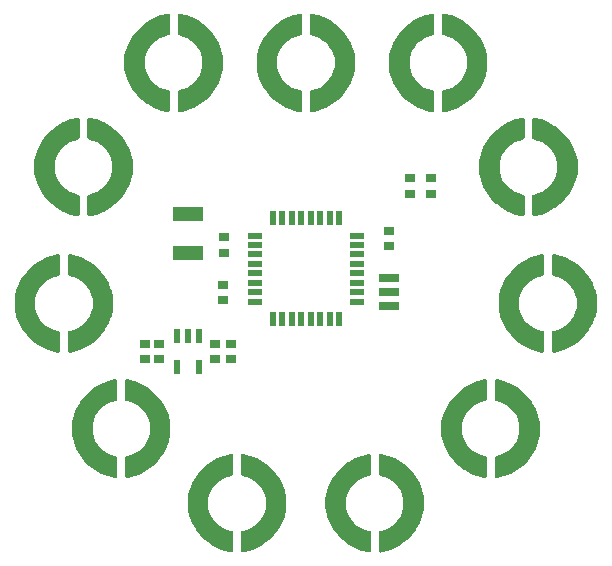
<source format=gbr>
G04 EAGLE Gerber RS-274X export*
G75*
%MOMM*%
%FSLAX34Y34*%
%LPD*%
%INSolderpaste Bottom*%
%IPPOS*%
%AMOC8*
5,1,8,0,0,1.08239X$1,22.5*%
G01*
%ADD10R,1.270000X0.558800*%
%ADD11R,0.558800X1.270000*%
%ADD12R,0.900000X0.700000*%
%ADD13R,2.500000X1.200000*%
%ADD14R,1.700000X0.700000*%
%ADD15R,0.550000X1.200000*%

G36*
X107004Y132382D02*
X107004Y132382D01*
X107144Y132385D01*
X107191Y132396D01*
X107240Y132400D01*
X107374Y132440D01*
X107510Y132472D01*
X107554Y132493D01*
X107601Y132507D01*
X107724Y132574D01*
X107850Y132635D01*
X107888Y132664D01*
X107931Y132688D01*
X108037Y132779D01*
X108148Y132865D01*
X108179Y132902D01*
X108216Y132934D01*
X108300Y133046D01*
X108390Y133153D01*
X108413Y133196D01*
X108443Y133235D01*
X108501Y133362D01*
X108567Y133485D01*
X108580Y133532D01*
X108601Y133577D01*
X108632Y133713D01*
X108670Y133847D01*
X108674Y133904D01*
X108684Y133944D01*
X108684Y134018D01*
X108695Y134148D01*
X108695Y149148D01*
X108687Y149226D01*
X108688Y149305D01*
X108667Y149413D01*
X108655Y149522D01*
X108631Y149597D01*
X108615Y149675D01*
X108572Y149776D01*
X108538Y149880D01*
X108498Y149948D01*
X108466Y150021D01*
X108403Y150110D01*
X108347Y150205D01*
X108293Y150263D01*
X108248Y150327D01*
X108167Y150401D01*
X108092Y150482D01*
X108028Y150528D01*
X107969Y150581D01*
X107875Y150636D01*
X107785Y150700D01*
X107712Y150731D01*
X107644Y150770D01*
X107508Y150818D01*
X107439Y150847D01*
X107404Y150854D01*
X107359Y150870D01*
X103665Y151817D01*
X100283Y153261D01*
X97159Y155203D01*
X94368Y157598D01*
X91973Y160389D01*
X90031Y163513D01*
X88587Y166895D01*
X87695Y170372D01*
X87695Y177924D01*
X88587Y181401D01*
X90031Y184783D01*
X91973Y187907D01*
X94368Y190698D01*
X97159Y193093D01*
X100283Y195035D01*
X103665Y196480D01*
X107359Y197426D01*
X107433Y197454D01*
X107510Y197472D01*
X107609Y197520D01*
X107712Y197558D01*
X107779Y197601D01*
X107850Y197635D01*
X107937Y197702D01*
X108029Y197761D01*
X108085Y197817D01*
X108148Y197865D01*
X108218Y197949D01*
X108296Y198026D01*
X108340Y198092D01*
X108390Y198153D01*
X108442Y198250D01*
X108502Y198342D01*
X108530Y198416D01*
X108567Y198485D01*
X108597Y198591D01*
X108636Y198694D01*
X108648Y198771D01*
X108670Y198847D01*
X108682Y198991D01*
X108693Y199066D01*
X108691Y199101D01*
X108695Y199148D01*
X108695Y214148D01*
X108683Y214266D01*
X108681Y214350D01*
X108676Y214370D01*
X108673Y214427D01*
X108661Y214474D01*
X108655Y214522D01*
X108612Y214655D01*
X108575Y214790D01*
X108553Y214834D01*
X108538Y214880D01*
X108467Y215001D01*
X108403Y215125D01*
X108372Y215163D01*
X108347Y215205D01*
X108252Y215308D01*
X108164Y215416D01*
X108125Y215446D01*
X108092Y215482D01*
X107978Y215563D01*
X107869Y215650D01*
X107825Y215671D01*
X107785Y215700D01*
X107656Y215754D01*
X107531Y215816D01*
X107483Y215828D01*
X107439Y215847D01*
X107301Y215874D01*
X107166Y215908D01*
X107117Y215910D01*
X107069Y215919D01*
X106929Y215916D01*
X106789Y215921D01*
X106734Y215912D01*
X106692Y215911D01*
X106621Y215894D01*
X106491Y215873D01*
X100810Y214468D01*
X100740Y214443D01*
X100580Y214395D01*
X95141Y212234D01*
X95078Y212201D01*
X95043Y212189D01*
X95007Y212168D01*
X94923Y212130D01*
X89827Y209253D01*
X89766Y209209D01*
X89625Y209120D01*
X84965Y205580D01*
X84911Y205529D01*
X84783Y205421D01*
X80645Y201283D01*
X80598Y201225D01*
X80486Y201101D01*
X76946Y196441D01*
X76907Y196377D01*
X76813Y196239D01*
X73936Y191143D01*
X73907Y191074D01*
X73832Y190925D01*
X71671Y185486D01*
X71651Y185414D01*
X71598Y185256D01*
X70193Y179575D01*
X70184Y179511D01*
X70166Y179449D01*
X70151Y179274D01*
X70142Y179202D01*
X70143Y179178D01*
X70141Y179148D01*
X70141Y169148D01*
X70148Y169084D01*
X70145Y169019D01*
X70173Y168846D01*
X70181Y168774D01*
X70188Y168751D01*
X70193Y168721D01*
X71598Y163040D01*
X71623Y162970D01*
X71671Y162810D01*
X73832Y157371D01*
X73867Y157305D01*
X73936Y157153D01*
X76813Y152057D01*
X76857Y151996D01*
X76946Y151855D01*
X80486Y147195D01*
X80537Y147141D01*
X80645Y147013D01*
X84783Y142875D01*
X84841Y142828D01*
X84965Y142716D01*
X89625Y139176D01*
X89689Y139137D01*
X89827Y139043D01*
X94923Y136166D01*
X94992Y136137D01*
X95141Y136062D01*
X100580Y133901D01*
X100652Y133881D01*
X100810Y133828D01*
X106491Y132423D01*
X106630Y132404D01*
X106767Y132377D01*
X106816Y132378D01*
X106864Y132372D01*
X107004Y132382D01*
G37*
G36*
X-4914Y132382D02*
X-4914Y132382D01*
X-4774Y132385D01*
X-4727Y132396D01*
X-4678Y132400D01*
X-4544Y132440D01*
X-4408Y132472D01*
X-4364Y132493D01*
X-4317Y132507D01*
X-4194Y132574D01*
X-4068Y132635D01*
X-4030Y132664D01*
X-3987Y132688D01*
X-3881Y132779D01*
X-3770Y132865D01*
X-3739Y132902D01*
X-3702Y132934D01*
X-3618Y133046D01*
X-3528Y133153D01*
X-3505Y133196D01*
X-3475Y133235D01*
X-3417Y133362D01*
X-3351Y133485D01*
X-3338Y133532D01*
X-3317Y133577D01*
X-3286Y133713D01*
X-3248Y133847D01*
X-3244Y133904D01*
X-3235Y133944D01*
X-3234Y134018D01*
X-3223Y134148D01*
X-3223Y149148D01*
X-3231Y149226D01*
X-3230Y149305D01*
X-3251Y149413D01*
X-3263Y149522D01*
X-3287Y149597D01*
X-3303Y149675D01*
X-3346Y149776D01*
X-3381Y149880D01*
X-3420Y149948D01*
X-3452Y150021D01*
X-3515Y150110D01*
X-3571Y150205D01*
X-3625Y150263D01*
X-3670Y150327D01*
X-3751Y150401D01*
X-3826Y150482D01*
X-3890Y150528D01*
X-3949Y150581D01*
X-4044Y150636D01*
X-4133Y150700D01*
X-4206Y150731D01*
X-4274Y150770D01*
X-4410Y150818D01*
X-4480Y150847D01*
X-4514Y150854D01*
X-4559Y150870D01*
X-8253Y151817D01*
X-11635Y153261D01*
X-14759Y155203D01*
X-17550Y157598D01*
X-19945Y160389D01*
X-21887Y163513D01*
X-23332Y166895D01*
X-24223Y170372D01*
X-24223Y177924D01*
X-23332Y181401D01*
X-21887Y184783D01*
X-19945Y187907D01*
X-17550Y190698D01*
X-14759Y193093D01*
X-11635Y195035D01*
X-8253Y196480D01*
X-4559Y197426D01*
X-4485Y197454D01*
X-4408Y197472D01*
X-4309Y197520D01*
X-4206Y197558D01*
X-4139Y197601D01*
X-4068Y197635D01*
X-3981Y197702D01*
X-3889Y197761D01*
X-3833Y197817D01*
X-3770Y197865D01*
X-3700Y197949D01*
X-3622Y198026D01*
X-3578Y198092D01*
X-3528Y198153D01*
X-3476Y198250D01*
X-3416Y198342D01*
X-3388Y198416D01*
X-3351Y198485D01*
X-3321Y198591D01*
X-3282Y198694D01*
X-3270Y198771D01*
X-3248Y198847D01*
X-3236Y198991D01*
X-3225Y199066D01*
X-3227Y199101D01*
X-3223Y199148D01*
X-3223Y214148D01*
X-3235Y214266D01*
X-3237Y214350D01*
X-3242Y214370D01*
X-3245Y214427D01*
X-3257Y214474D01*
X-3263Y214522D01*
X-3307Y214655D01*
X-3343Y214790D01*
X-3365Y214834D01*
X-3381Y214880D01*
X-3451Y215001D01*
X-3515Y215125D01*
X-3546Y215163D01*
X-3571Y215205D01*
X-3666Y215308D01*
X-3754Y215416D01*
X-3793Y215446D01*
X-3826Y215482D01*
X-3940Y215563D01*
X-4050Y215650D01*
X-4093Y215671D01*
X-4133Y215700D01*
X-4262Y215754D01*
X-4387Y215816D01*
X-4435Y215828D01*
X-4480Y215847D01*
X-4617Y215874D01*
X-4752Y215908D01*
X-4801Y215910D01*
X-4849Y215919D01*
X-4989Y215916D01*
X-5129Y215921D01*
X-5184Y215912D01*
X-5226Y215911D01*
X-5297Y215894D01*
X-5427Y215873D01*
X-11108Y214468D01*
X-11178Y214443D01*
X-11338Y214395D01*
X-16777Y212234D01*
X-16840Y212201D01*
X-16875Y212189D01*
X-16911Y212168D01*
X-16995Y212130D01*
X-22091Y209253D01*
X-22152Y209209D01*
X-22293Y209120D01*
X-26953Y205580D01*
X-27007Y205529D01*
X-27135Y205421D01*
X-31273Y201283D01*
X-31320Y201225D01*
X-31432Y201101D01*
X-34972Y196441D01*
X-35011Y196377D01*
X-35105Y196239D01*
X-37982Y191143D01*
X-38011Y191074D01*
X-38086Y190925D01*
X-40247Y185486D01*
X-40267Y185414D01*
X-40320Y185256D01*
X-41725Y179575D01*
X-41734Y179511D01*
X-41752Y179449D01*
X-41767Y179274D01*
X-41776Y179202D01*
X-41775Y179178D01*
X-41777Y179148D01*
X-41777Y169148D01*
X-41770Y169084D01*
X-41773Y169019D01*
X-41745Y168846D01*
X-41737Y168774D01*
X-41730Y168751D01*
X-41725Y168721D01*
X-40320Y163040D01*
X-40295Y162970D01*
X-40247Y162810D01*
X-38086Y157371D01*
X-38051Y157305D01*
X-37982Y157153D01*
X-35105Y152057D01*
X-35061Y151996D01*
X-34972Y151855D01*
X-31432Y147195D01*
X-31381Y147141D01*
X-31273Y147013D01*
X-27135Y142875D01*
X-27077Y142828D01*
X-26953Y142716D01*
X-22293Y139176D01*
X-22229Y139137D01*
X-22091Y139043D01*
X-16995Y136166D01*
X-16926Y136137D01*
X-16777Y136062D01*
X-11338Y133901D01*
X-11266Y133881D01*
X-11108Y133828D01*
X-5427Y132423D01*
X-5288Y132404D01*
X-5151Y132377D01*
X-5102Y132378D01*
X-5054Y132372D01*
X-4914Y132382D01*
G37*
G36*
X-116832Y132382D02*
X-116832Y132382D01*
X-116692Y132385D01*
X-116645Y132396D01*
X-116596Y132400D01*
X-116462Y132440D01*
X-116326Y132472D01*
X-116282Y132493D01*
X-116235Y132507D01*
X-116112Y132574D01*
X-115986Y132635D01*
X-115948Y132664D01*
X-115905Y132688D01*
X-115799Y132779D01*
X-115688Y132865D01*
X-115657Y132902D01*
X-115620Y132934D01*
X-115536Y133046D01*
X-115446Y133153D01*
X-115423Y133196D01*
X-115393Y133235D01*
X-115335Y133362D01*
X-115269Y133485D01*
X-115256Y133532D01*
X-115235Y133577D01*
X-115204Y133713D01*
X-115166Y133847D01*
X-115162Y133904D01*
X-115153Y133944D01*
X-115152Y134018D01*
X-115141Y134148D01*
X-115141Y149148D01*
X-115149Y149226D01*
X-115148Y149305D01*
X-115169Y149413D01*
X-115181Y149522D01*
X-115205Y149597D01*
X-115221Y149675D01*
X-115264Y149776D01*
X-115299Y149880D01*
X-115338Y149948D01*
X-115370Y150021D01*
X-115433Y150110D01*
X-115489Y150205D01*
X-115543Y150263D01*
X-115588Y150327D01*
X-115669Y150401D01*
X-115744Y150482D01*
X-115808Y150528D01*
X-115867Y150581D01*
X-115962Y150636D01*
X-116051Y150700D01*
X-116124Y150731D01*
X-116192Y150770D01*
X-116328Y150818D01*
X-116398Y150847D01*
X-116432Y150854D01*
X-116477Y150870D01*
X-120171Y151817D01*
X-123553Y153261D01*
X-126677Y155203D01*
X-129468Y157598D01*
X-131863Y160389D01*
X-133805Y163513D01*
X-135250Y166895D01*
X-136141Y170372D01*
X-136141Y177924D01*
X-135250Y181401D01*
X-133805Y184783D01*
X-131863Y187907D01*
X-129468Y190698D01*
X-126677Y193093D01*
X-123553Y195035D01*
X-120171Y196480D01*
X-116477Y197426D01*
X-116403Y197454D01*
X-116326Y197472D01*
X-116227Y197520D01*
X-116124Y197558D01*
X-116057Y197601D01*
X-115986Y197635D01*
X-115899Y197702D01*
X-115807Y197761D01*
X-115751Y197817D01*
X-115688Y197865D01*
X-115618Y197949D01*
X-115540Y198026D01*
X-115496Y198092D01*
X-115446Y198153D01*
X-115394Y198250D01*
X-115334Y198342D01*
X-115306Y198416D01*
X-115269Y198485D01*
X-115239Y198591D01*
X-115200Y198694D01*
X-115188Y198771D01*
X-115166Y198847D01*
X-115154Y198991D01*
X-115143Y199066D01*
X-115145Y199101D01*
X-115141Y199148D01*
X-115141Y214148D01*
X-115153Y214266D01*
X-115155Y214350D01*
X-115160Y214370D01*
X-115163Y214427D01*
X-115175Y214474D01*
X-115181Y214522D01*
X-115225Y214655D01*
X-115261Y214790D01*
X-115283Y214834D01*
X-115299Y214880D01*
X-115369Y215001D01*
X-115433Y215125D01*
X-115464Y215163D01*
X-115489Y215205D01*
X-115584Y215308D01*
X-115672Y215416D01*
X-115711Y215446D01*
X-115744Y215482D01*
X-115858Y215563D01*
X-115968Y215650D01*
X-116011Y215671D01*
X-116051Y215700D01*
X-116180Y215754D01*
X-116305Y215816D01*
X-116353Y215828D01*
X-116398Y215847D01*
X-116535Y215874D01*
X-116670Y215908D01*
X-116719Y215910D01*
X-116767Y215919D01*
X-116907Y215916D01*
X-117047Y215921D01*
X-117102Y215912D01*
X-117144Y215911D01*
X-117215Y215894D01*
X-117345Y215873D01*
X-123026Y214468D01*
X-123096Y214443D01*
X-123256Y214395D01*
X-128695Y212234D01*
X-128758Y212201D01*
X-128793Y212189D01*
X-128829Y212168D01*
X-128913Y212130D01*
X-134009Y209253D01*
X-134070Y209209D01*
X-134211Y209120D01*
X-138871Y205580D01*
X-138925Y205529D01*
X-139053Y205421D01*
X-143191Y201283D01*
X-143238Y201225D01*
X-143350Y201101D01*
X-146890Y196441D01*
X-146929Y196377D01*
X-147023Y196239D01*
X-149900Y191143D01*
X-149929Y191074D01*
X-150004Y190925D01*
X-152165Y185486D01*
X-152185Y185414D01*
X-152238Y185256D01*
X-153643Y179575D01*
X-153652Y179511D01*
X-153670Y179449D01*
X-153685Y179274D01*
X-153694Y179202D01*
X-153693Y179178D01*
X-153695Y179148D01*
X-153695Y169148D01*
X-153688Y169084D01*
X-153691Y169019D01*
X-153663Y168846D01*
X-153655Y168774D01*
X-153648Y168751D01*
X-153643Y168721D01*
X-152238Y163040D01*
X-152213Y162970D01*
X-152165Y162810D01*
X-150004Y157371D01*
X-149969Y157305D01*
X-149900Y157153D01*
X-147023Y152057D01*
X-146979Y151996D01*
X-146890Y151855D01*
X-143350Y147195D01*
X-143299Y147141D01*
X-143191Y147013D01*
X-139053Y142875D01*
X-138995Y142828D01*
X-138871Y142716D01*
X-134211Y139176D01*
X-134147Y139137D01*
X-134009Y139043D01*
X-128913Y136166D01*
X-128844Y136137D01*
X-128695Y136062D01*
X-123256Y133901D01*
X-123184Y133881D01*
X-123026Y133828D01*
X-117345Y132423D01*
X-117206Y132404D01*
X-117069Y132377D01*
X-117020Y132378D01*
X-116972Y132372D01*
X-116832Y132382D01*
G37*
G36*
X-193217Y44229D02*
X-193217Y44229D01*
X-193077Y44232D01*
X-193030Y44243D01*
X-192981Y44247D01*
X-192847Y44287D01*
X-192711Y44319D01*
X-192667Y44340D01*
X-192620Y44354D01*
X-192497Y44421D01*
X-192371Y44482D01*
X-192333Y44511D01*
X-192290Y44535D01*
X-192184Y44626D01*
X-192073Y44712D01*
X-192042Y44749D01*
X-192005Y44781D01*
X-191921Y44893D01*
X-191831Y45000D01*
X-191808Y45043D01*
X-191778Y45082D01*
X-191720Y45209D01*
X-191654Y45332D01*
X-191641Y45379D01*
X-191620Y45424D01*
X-191589Y45560D01*
X-191551Y45694D01*
X-191547Y45751D01*
X-191538Y45791D01*
X-191537Y45865D01*
X-191526Y45995D01*
X-191526Y60995D01*
X-191534Y61073D01*
X-191533Y61152D01*
X-191554Y61260D01*
X-191566Y61369D01*
X-191590Y61444D01*
X-191606Y61522D01*
X-191649Y61623D01*
X-191684Y61727D01*
X-191723Y61795D01*
X-191755Y61868D01*
X-191818Y61957D01*
X-191874Y62052D01*
X-191928Y62110D01*
X-191973Y62174D01*
X-192054Y62248D01*
X-192129Y62329D01*
X-192193Y62375D01*
X-192252Y62428D01*
X-192347Y62483D01*
X-192436Y62547D01*
X-192509Y62578D01*
X-192577Y62617D01*
X-192713Y62665D01*
X-192783Y62694D01*
X-192817Y62701D01*
X-192862Y62717D01*
X-196556Y63664D01*
X-199938Y65108D01*
X-203062Y67050D01*
X-205853Y69445D01*
X-208248Y72236D01*
X-210190Y75360D01*
X-211635Y78742D01*
X-212526Y82219D01*
X-212526Y89771D01*
X-211635Y93248D01*
X-210190Y96630D01*
X-208248Y99754D01*
X-205853Y102545D01*
X-203062Y104940D01*
X-199938Y106882D01*
X-196556Y108327D01*
X-192862Y109273D01*
X-192788Y109301D01*
X-192711Y109319D01*
X-192612Y109367D01*
X-192509Y109405D01*
X-192442Y109448D01*
X-192371Y109482D01*
X-192284Y109549D01*
X-192192Y109608D01*
X-192136Y109664D01*
X-192073Y109712D01*
X-192003Y109796D01*
X-191925Y109873D01*
X-191881Y109939D01*
X-191831Y110000D01*
X-191779Y110097D01*
X-191719Y110189D01*
X-191691Y110263D01*
X-191654Y110332D01*
X-191624Y110438D01*
X-191585Y110541D01*
X-191573Y110618D01*
X-191551Y110694D01*
X-191539Y110838D01*
X-191528Y110913D01*
X-191530Y110948D01*
X-191526Y110995D01*
X-191526Y125995D01*
X-191538Y126113D01*
X-191540Y126197D01*
X-191545Y126217D01*
X-191548Y126274D01*
X-191560Y126321D01*
X-191566Y126369D01*
X-191610Y126502D01*
X-191646Y126637D01*
X-191668Y126681D01*
X-191684Y126727D01*
X-191754Y126848D01*
X-191818Y126972D01*
X-191849Y127010D01*
X-191874Y127052D01*
X-191969Y127155D01*
X-192057Y127263D01*
X-192096Y127293D01*
X-192129Y127329D01*
X-192243Y127410D01*
X-192353Y127497D01*
X-192396Y127518D01*
X-192436Y127547D01*
X-192565Y127601D01*
X-192690Y127663D01*
X-192738Y127675D01*
X-192783Y127694D01*
X-192920Y127721D01*
X-193055Y127755D01*
X-193104Y127757D01*
X-193152Y127766D01*
X-193292Y127763D01*
X-193432Y127768D01*
X-193487Y127759D01*
X-193529Y127758D01*
X-193600Y127741D01*
X-193730Y127720D01*
X-199411Y126315D01*
X-199481Y126290D01*
X-199641Y126242D01*
X-205080Y124081D01*
X-205143Y124048D01*
X-205178Y124036D01*
X-205214Y124015D01*
X-205298Y123977D01*
X-210394Y121100D01*
X-210455Y121056D01*
X-210596Y120967D01*
X-215256Y117427D01*
X-215310Y117376D01*
X-215438Y117268D01*
X-219576Y113130D01*
X-219623Y113072D01*
X-219735Y112948D01*
X-223275Y108288D01*
X-223314Y108224D01*
X-223408Y108086D01*
X-226285Y102990D01*
X-226314Y102921D01*
X-226389Y102772D01*
X-228550Y97333D01*
X-228570Y97261D01*
X-228623Y97103D01*
X-230028Y91422D01*
X-230037Y91358D01*
X-230055Y91296D01*
X-230070Y91121D01*
X-230079Y91049D01*
X-230078Y91025D01*
X-230080Y90995D01*
X-230080Y80995D01*
X-230073Y80931D01*
X-230076Y80866D01*
X-230048Y80693D01*
X-230040Y80621D01*
X-230033Y80598D01*
X-230028Y80568D01*
X-228623Y74887D01*
X-228598Y74817D01*
X-228550Y74657D01*
X-226389Y69218D01*
X-226354Y69152D01*
X-226285Y69000D01*
X-223408Y63904D01*
X-223364Y63843D01*
X-223275Y63702D01*
X-219735Y59042D01*
X-219684Y58988D01*
X-219576Y58860D01*
X-215438Y54722D01*
X-215380Y54675D01*
X-215256Y54563D01*
X-210596Y51023D01*
X-210532Y50984D01*
X-210394Y50890D01*
X-205298Y48013D01*
X-205229Y47984D01*
X-205080Y47909D01*
X-199641Y45748D01*
X-199569Y45728D01*
X-199411Y45675D01*
X-193730Y44270D01*
X-193591Y44251D01*
X-193454Y44224D01*
X-193405Y44225D01*
X-193357Y44219D01*
X-193217Y44229D01*
G37*
G36*
X183389Y44229D02*
X183389Y44229D01*
X183529Y44232D01*
X183576Y44243D01*
X183625Y44247D01*
X183759Y44287D01*
X183895Y44319D01*
X183939Y44340D01*
X183986Y44354D01*
X184109Y44421D01*
X184235Y44482D01*
X184273Y44511D01*
X184316Y44535D01*
X184422Y44626D01*
X184533Y44712D01*
X184564Y44749D01*
X184601Y44781D01*
X184685Y44893D01*
X184775Y45000D01*
X184798Y45043D01*
X184828Y45082D01*
X184886Y45209D01*
X184952Y45332D01*
X184965Y45379D01*
X184986Y45424D01*
X185017Y45560D01*
X185055Y45694D01*
X185059Y45751D01*
X185069Y45791D01*
X185069Y45865D01*
X185080Y45995D01*
X185080Y60995D01*
X185072Y61073D01*
X185073Y61152D01*
X185052Y61260D01*
X185040Y61369D01*
X185016Y61444D01*
X185000Y61522D01*
X184957Y61623D01*
X184923Y61727D01*
X184883Y61795D01*
X184851Y61868D01*
X184788Y61957D01*
X184732Y62052D01*
X184678Y62110D01*
X184633Y62174D01*
X184552Y62248D01*
X184477Y62329D01*
X184413Y62375D01*
X184354Y62428D01*
X184260Y62483D01*
X184170Y62547D01*
X184097Y62578D01*
X184029Y62617D01*
X183893Y62665D01*
X183824Y62694D01*
X183789Y62701D01*
X183744Y62717D01*
X180050Y63664D01*
X176668Y65108D01*
X173544Y67050D01*
X170753Y69445D01*
X168358Y72236D01*
X166416Y75360D01*
X164972Y78742D01*
X164080Y82219D01*
X164080Y89771D01*
X164972Y93248D01*
X166416Y96630D01*
X168358Y99754D01*
X170753Y102545D01*
X173544Y104940D01*
X176668Y106882D01*
X180050Y108327D01*
X183744Y109273D01*
X183818Y109301D01*
X183895Y109319D01*
X183994Y109367D01*
X184097Y109405D01*
X184164Y109448D01*
X184235Y109482D01*
X184322Y109549D01*
X184414Y109608D01*
X184470Y109664D01*
X184533Y109712D01*
X184603Y109796D01*
X184681Y109873D01*
X184725Y109939D01*
X184775Y110000D01*
X184827Y110097D01*
X184887Y110189D01*
X184915Y110263D01*
X184952Y110332D01*
X184982Y110438D01*
X185021Y110541D01*
X185033Y110618D01*
X185055Y110694D01*
X185067Y110838D01*
X185078Y110913D01*
X185076Y110948D01*
X185080Y110995D01*
X185080Y125995D01*
X185068Y126113D01*
X185066Y126197D01*
X185061Y126217D01*
X185058Y126274D01*
X185046Y126321D01*
X185040Y126369D01*
X184997Y126502D01*
X184960Y126637D01*
X184938Y126681D01*
X184923Y126727D01*
X184852Y126848D01*
X184788Y126972D01*
X184757Y127010D01*
X184732Y127052D01*
X184637Y127155D01*
X184549Y127263D01*
X184510Y127293D01*
X184477Y127329D01*
X184363Y127410D01*
X184254Y127497D01*
X184210Y127518D01*
X184170Y127547D01*
X184041Y127601D01*
X183916Y127663D01*
X183868Y127675D01*
X183824Y127694D01*
X183686Y127721D01*
X183551Y127755D01*
X183502Y127757D01*
X183454Y127766D01*
X183314Y127763D01*
X183174Y127768D01*
X183119Y127759D01*
X183077Y127758D01*
X183006Y127741D01*
X182876Y127720D01*
X177195Y126315D01*
X177125Y126290D01*
X176965Y126242D01*
X171526Y124081D01*
X171463Y124048D01*
X171428Y124036D01*
X171392Y124015D01*
X171308Y123977D01*
X166212Y121100D01*
X166151Y121056D01*
X166010Y120967D01*
X161350Y117427D01*
X161296Y117376D01*
X161168Y117268D01*
X157030Y113130D01*
X156983Y113072D01*
X156871Y112948D01*
X153331Y108288D01*
X153292Y108224D01*
X153198Y108086D01*
X150321Y102990D01*
X150292Y102921D01*
X150217Y102772D01*
X148056Y97333D01*
X148036Y97261D01*
X147983Y97103D01*
X146578Y91422D01*
X146569Y91358D01*
X146551Y91296D01*
X146536Y91121D01*
X146527Y91049D01*
X146528Y91025D01*
X146526Y90995D01*
X146526Y80995D01*
X146533Y80931D01*
X146530Y80866D01*
X146558Y80693D01*
X146566Y80621D01*
X146573Y80598D01*
X146578Y80568D01*
X147983Y74887D01*
X148008Y74817D01*
X148056Y74657D01*
X150217Y69218D01*
X150252Y69152D01*
X150321Y69000D01*
X153198Y63904D01*
X153242Y63843D01*
X153331Y63702D01*
X156871Y59042D01*
X156922Y58988D01*
X157030Y58860D01*
X161168Y54722D01*
X161226Y54675D01*
X161350Y54563D01*
X166010Y51023D01*
X166074Y50984D01*
X166212Y50890D01*
X171308Y48013D01*
X171377Y47984D01*
X171526Y47909D01*
X176965Y45748D01*
X177037Y45728D01*
X177195Y45675D01*
X182876Y44270D01*
X183015Y44251D01*
X183152Y44224D01*
X183201Y44225D01*
X183249Y44219D01*
X183389Y44229D01*
G37*
G36*
X199989Y-71227D02*
X199989Y-71227D01*
X200129Y-71224D01*
X200176Y-71213D01*
X200225Y-71209D01*
X200359Y-71169D01*
X200495Y-71137D01*
X200539Y-71116D01*
X200586Y-71102D01*
X200709Y-71035D01*
X200835Y-70974D01*
X200873Y-70945D01*
X200916Y-70921D01*
X201022Y-70830D01*
X201133Y-70744D01*
X201164Y-70707D01*
X201201Y-70675D01*
X201285Y-70563D01*
X201375Y-70456D01*
X201398Y-70413D01*
X201428Y-70374D01*
X201486Y-70247D01*
X201552Y-70124D01*
X201565Y-70077D01*
X201586Y-70032D01*
X201617Y-69896D01*
X201655Y-69762D01*
X201659Y-69705D01*
X201669Y-69665D01*
X201669Y-69591D01*
X201680Y-69461D01*
X201680Y-54461D01*
X201672Y-54383D01*
X201673Y-54304D01*
X201652Y-54196D01*
X201640Y-54087D01*
X201616Y-54012D01*
X201600Y-53934D01*
X201557Y-53833D01*
X201523Y-53729D01*
X201483Y-53661D01*
X201451Y-53588D01*
X201388Y-53499D01*
X201332Y-53404D01*
X201278Y-53346D01*
X201233Y-53282D01*
X201152Y-53208D01*
X201077Y-53127D01*
X201013Y-53081D01*
X200954Y-53028D01*
X200860Y-52973D01*
X200770Y-52909D01*
X200697Y-52878D01*
X200629Y-52839D01*
X200493Y-52791D01*
X200424Y-52762D01*
X200389Y-52755D01*
X200344Y-52739D01*
X196650Y-51793D01*
X193268Y-50348D01*
X190144Y-48406D01*
X187353Y-46011D01*
X184958Y-43220D01*
X183016Y-40096D01*
X181572Y-36714D01*
X180680Y-33237D01*
X180680Y-25685D01*
X181572Y-22208D01*
X183016Y-18826D01*
X184958Y-15702D01*
X187353Y-12911D01*
X190144Y-10516D01*
X193268Y-8574D01*
X196650Y-7130D01*
X200344Y-6183D01*
X200418Y-6155D01*
X200495Y-6137D01*
X200594Y-6089D01*
X200697Y-6051D01*
X200764Y-6008D01*
X200835Y-5974D01*
X200922Y-5907D01*
X201014Y-5848D01*
X201070Y-5792D01*
X201133Y-5744D01*
X201203Y-5660D01*
X201281Y-5583D01*
X201325Y-5517D01*
X201375Y-5456D01*
X201427Y-5359D01*
X201487Y-5267D01*
X201515Y-5193D01*
X201552Y-5124D01*
X201582Y-5018D01*
X201621Y-4915D01*
X201633Y-4838D01*
X201655Y-4762D01*
X201667Y-4618D01*
X201678Y-4543D01*
X201676Y-4508D01*
X201680Y-4461D01*
X201680Y10539D01*
X201668Y10657D01*
X201666Y10741D01*
X201661Y10761D01*
X201658Y10818D01*
X201646Y10865D01*
X201640Y10913D01*
X201597Y11046D01*
X201560Y11181D01*
X201538Y11225D01*
X201523Y11271D01*
X201452Y11392D01*
X201388Y11516D01*
X201357Y11554D01*
X201332Y11596D01*
X201237Y11699D01*
X201149Y11807D01*
X201110Y11837D01*
X201077Y11873D01*
X200963Y11954D01*
X200854Y12041D01*
X200810Y12062D01*
X200770Y12091D01*
X200641Y12145D01*
X200516Y12207D01*
X200468Y12219D01*
X200424Y12238D01*
X200286Y12265D01*
X200151Y12299D01*
X200102Y12301D01*
X200054Y12310D01*
X199914Y12307D01*
X199774Y12312D01*
X199719Y12303D01*
X199677Y12302D01*
X199606Y12285D01*
X199476Y12264D01*
X193795Y10859D01*
X193725Y10834D01*
X193565Y10786D01*
X188126Y8625D01*
X188063Y8592D01*
X188028Y8580D01*
X187992Y8559D01*
X187908Y8521D01*
X182812Y5644D01*
X182751Y5600D01*
X182610Y5511D01*
X177950Y1971D01*
X177896Y1920D01*
X177768Y1812D01*
X173630Y-2326D01*
X173583Y-2384D01*
X173471Y-2508D01*
X169931Y-7168D01*
X169892Y-7232D01*
X169798Y-7370D01*
X166921Y-12466D01*
X166892Y-12535D01*
X166817Y-12684D01*
X164656Y-18123D01*
X164636Y-18195D01*
X164583Y-18353D01*
X163178Y-24034D01*
X163169Y-24098D01*
X163151Y-24160D01*
X163136Y-24335D01*
X163127Y-24407D01*
X163128Y-24431D01*
X163126Y-24461D01*
X163126Y-34461D01*
X163133Y-34525D01*
X163130Y-34590D01*
X163158Y-34763D01*
X163166Y-34835D01*
X163173Y-34858D01*
X163178Y-34888D01*
X164583Y-40569D01*
X164608Y-40639D01*
X164656Y-40799D01*
X166817Y-46238D01*
X166852Y-46304D01*
X166921Y-46456D01*
X169798Y-51552D01*
X169842Y-51613D01*
X169931Y-51754D01*
X173471Y-56414D01*
X173522Y-56468D01*
X173630Y-56596D01*
X177768Y-60734D01*
X177826Y-60781D01*
X177950Y-60893D01*
X182610Y-64433D01*
X182674Y-64472D01*
X182812Y-64566D01*
X187908Y-67443D01*
X187977Y-67472D01*
X188126Y-67547D01*
X193565Y-69708D01*
X193637Y-69728D01*
X193795Y-69781D01*
X199476Y-71186D01*
X199615Y-71205D01*
X199752Y-71232D01*
X199801Y-71231D01*
X199849Y-71237D01*
X199989Y-71227D01*
G37*
G36*
X-209817Y-71227D02*
X-209817Y-71227D01*
X-209677Y-71224D01*
X-209630Y-71213D01*
X-209581Y-71209D01*
X-209447Y-71169D01*
X-209311Y-71137D01*
X-209267Y-71116D01*
X-209220Y-71102D01*
X-209097Y-71035D01*
X-208971Y-70974D01*
X-208933Y-70945D01*
X-208890Y-70921D01*
X-208784Y-70830D01*
X-208673Y-70744D01*
X-208642Y-70707D01*
X-208605Y-70675D01*
X-208521Y-70563D01*
X-208431Y-70456D01*
X-208408Y-70413D01*
X-208378Y-70374D01*
X-208320Y-70247D01*
X-208254Y-70124D01*
X-208241Y-70077D01*
X-208220Y-70032D01*
X-208189Y-69896D01*
X-208151Y-69762D01*
X-208147Y-69705D01*
X-208138Y-69665D01*
X-208137Y-69591D01*
X-208126Y-69461D01*
X-208126Y-54461D01*
X-208134Y-54383D01*
X-208133Y-54304D01*
X-208154Y-54196D01*
X-208166Y-54087D01*
X-208190Y-54012D01*
X-208206Y-53934D01*
X-208249Y-53833D01*
X-208284Y-53729D01*
X-208323Y-53661D01*
X-208355Y-53588D01*
X-208418Y-53499D01*
X-208474Y-53404D01*
X-208528Y-53346D01*
X-208573Y-53282D01*
X-208654Y-53208D01*
X-208729Y-53127D01*
X-208793Y-53081D01*
X-208852Y-53028D01*
X-208947Y-52973D01*
X-209036Y-52909D01*
X-209109Y-52878D01*
X-209177Y-52839D01*
X-209313Y-52791D01*
X-209383Y-52762D01*
X-209417Y-52755D01*
X-209462Y-52739D01*
X-213156Y-51793D01*
X-216538Y-50348D01*
X-219662Y-48406D01*
X-222453Y-46011D01*
X-224848Y-43220D01*
X-226790Y-40096D01*
X-228235Y-36714D01*
X-229126Y-33237D01*
X-229126Y-25685D01*
X-228235Y-22208D01*
X-226790Y-18826D01*
X-224848Y-15702D01*
X-222453Y-12911D01*
X-219662Y-10516D01*
X-216538Y-8574D01*
X-213156Y-7130D01*
X-209462Y-6183D01*
X-209388Y-6155D01*
X-209311Y-6137D01*
X-209212Y-6089D01*
X-209109Y-6051D01*
X-209042Y-6008D01*
X-208971Y-5974D01*
X-208884Y-5907D01*
X-208792Y-5848D01*
X-208736Y-5792D01*
X-208673Y-5744D01*
X-208603Y-5660D01*
X-208525Y-5583D01*
X-208481Y-5517D01*
X-208431Y-5456D01*
X-208379Y-5359D01*
X-208319Y-5267D01*
X-208291Y-5193D01*
X-208254Y-5124D01*
X-208224Y-5018D01*
X-208185Y-4915D01*
X-208173Y-4838D01*
X-208151Y-4762D01*
X-208139Y-4618D01*
X-208128Y-4543D01*
X-208130Y-4508D01*
X-208126Y-4461D01*
X-208126Y10539D01*
X-208138Y10657D01*
X-208140Y10741D01*
X-208145Y10761D01*
X-208148Y10818D01*
X-208160Y10865D01*
X-208166Y10913D01*
X-208210Y11046D01*
X-208246Y11181D01*
X-208268Y11225D01*
X-208284Y11271D01*
X-208354Y11392D01*
X-208418Y11516D01*
X-208449Y11554D01*
X-208474Y11596D01*
X-208569Y11699D01*
X-208657Y11807D01*
X-208696Y11837D01*
X-208729Y11873D01*
X-208843Y11954D01*
X-208953Y12041D01*
X-208996Y12062D01*
X-209036Y12091D01*
X-209165Y12145D01*
X-209290Y12207D01*
X-209338Y12219D01*
X-209383Y12238D01*
X-209520Y12265D01*
X-209655Y12299D01*
X-209704Y12301D01*
X-209752Y12310D01*
X-209892Y12307D01*
X-210032Y12312D01*
X-210087Y12303D01*
X-210129Y12302D01*
X-210200Y12285D01*
X-210330Y12264D01*
X-216011Y10859D01*
X-216081Y10834D01*
X-216241Y10786D01*
X-221680Y8625D01*
X-221743Y8592D01*
X-221778Y8580D01*
X-221814Y8559D01*
X-221898Y8521D01*
X-226994Y5644D01*
X-227055Y5600D01*
X-227196Y5511D01*
X-231856Y1971D01*
X-231910Y1920D01*
X-232038Y1812D01*
X-236176Y-2326D01*
X-236223Y-2384D01*
X-236335Y-2508D01*
X-239875Y-7168D01*
X-239914Y-7232D01*
X-240008Y-7370D01*
X-242885Y-12466D01*
X-242914Y-12535D01*
X-242989Y-12684D01*
X-245150Y-18123D01*
X-245170Y-18195D01*
X-245223Y-18353D01*
X-246628Y-24034D01*
X-246637Y-24098D01*
X-246655Y-24160D01*
X-246670Y-24335D01*
X-246679Y-24407D01*
X-246678Y-24431D01*
X-246680Y-24461D01*
X-246680Y-34461D01*
X-246673Y-34525D01*
X-246676Y-34590D01*
X-246648Y-34763D01*
X-246640Y-34835D01*
X-246633Y-34858D01*
X-246628Y-34888D01*
X-245223Y-40569D01*
X-245198Y-40639D01*
X-245150Y-40799D01*
X-242989Y-46238D01*
X-242954Y-46304D01*
X-242885Y-46456D01*
X-240008Y-51552D01*
X-239964Y-51613D01*
X-239875Y-51754D01*
X-236335Y-56414D01*
X-236284Y-56468D01*
X-236176Y-56596D01*
X-232038Y-60734D01*
X-231980Y-60781D01*
X-231856Y-60893D01*
X-227196Y-64433D01*
X-227132Y-64472D01*
X-226994Y-64566D01*
X-221898Y-67443D01*
X-221829Y-67472D01*
X-221680Y-67547D01*
X-216241Y-69708D01*
X-216169Y-69728D01*
X-216011Y-69781D01*
X-210330Y-71186D01*
X-210191Y-71205D01*
X-210054Y-71232D01*
X-210005Y-71231D01*
X-209957Y-71237D01*
X-209817Y-71227D01*
G37*
G36*
X151534Y-177329D02*
X151534Y-177329D01*
X151674Y-177326D01*
X151721Y-177315D01*
X151770Y-177311D01*
X151904Y-177271D01*
X152040Y-177239D01*
X152084Y-177218D01*
X152131Y-177204D01*
X152254Y-177137D01*
X152380Y-177076D01*
X152418Y-177047D01*
X152461Y-177023D01*
X152567Y-176932D01*
X152678Y-176846D01*
X152709Y-176809D01*
X152746Y-176777D01*
X152830Y-176665D01*
X152920Y-176558D01*
X152943Y-176515D01*
X152973Y-176476D01*
X153031Y-176349D01*
X153097Y-176226D01*
X153110Y-176179D01*
X153131Y-176134D01*
X153162Y-175998D01*
X153200Y-175864D01*
X153204Y-175807D01*
X153214Y-175767D01*
X153214Y-175693D01*
X153225Y-175563D01*
X153225Y-160563D01*
X153217Y-160485D01*
X153218Y-160406D01*
X153197Y-160298D01*
X153185Y-160189D01*
X153161Y-160114D01*
X153145Y-160036D01*
X153102Y-159935D01*
X153068Y-159831D01*
X153028Y-159763D01*
X152996Y-159690D01*
X152933Y-159601D01*
X152877Y-159506D01*
X152823Y-159448D01*
X152778Y-159384D01*
X152697Y-159310D01*
X152622Y-159229D01*
X152558Y-159183D01*
X152499Y-159130D01*
X152405Y-159075D01*
X152315Y-159011D01*
X152242Y-158980D01*
X152174Y-158941D01*
X152038Y-158893D01*
X151969Y-158864D01*
X151934Y-158857D01*
X151889Y-158841D01*
X148195Y-157895D01*
X144813Y-156450D01*
X141689Y-154508D01*
X138898Y-152113D01*
X136503Y-149322D01*
X134561Y-146198D01*
X133117Y-142816D01*
X132225Y-139339D01*
X132225Y-131787D01*
X133117Y-128310D01*
X134561Y-124928D01*
X136503Y-121804D01*
X138898Y-119013D01*
X141689Y-116618D01*
X144813Y-114676D01*
X148195Y-113232D01*
X151889Y-112285D01*
X151963Y-112257D01*
X152040Y-112239D01*
X152139Y-112191D01*
X152242Y-112153D01*
X152309Y-112110D01*
X152380Y-112076D01*
X152467Y-112009D01*
X152559Y-111950D01*
X152615Y-111894D01*
X152678Y-111846D01*
X152748Y-111762D01*
X152826Y-111685D01*
X152870Y-111619D01*
X152920Y-111558D01*
X152972Y-111461D01*
X153032Y-111369D01*
X153060Y-111295D01*
X153097Y-111226D01*
X153127Y-111120D01*
X153166Y-111017D01*
X153178Y-110940D01*
X153200Y-110864D01*
X153212Y-110720D01*
X153223Y-110645D01*
X153221Y-110610D01*
X153225Y-110563D01*
X153225Y-95563D01*
X153213Y-95445D01*
X153211Y-95361D01*
X153206Y-95341D01*
X153203Y-95284D01*
X153191Y-95237D01*
X153185Y-95189D01*
X153142Y-95056D01*
X153105Y-94921D01*
X153083Y-94877D01*
X153068Y-94831D01*
X152997Y-94710D01*
X152933Y-94586D01*
X152902Y-94548D01*
X152877Y-94506D01*
X152782Y-94403D01*
X152694Y-94295D01*
X152655Y-94265D01*
X152622Y-94229D01*
X152508Y-94148D01*
X152399Y-94061D01*
X152355Y-94040D01*
X152315Y-94011D01*
X152186Y-93957D01*
X152061Y-93895D01*
X152013Y-93883D01*
X151969Y-93864D01*
X151831Y-93837D01*
X151696Y-93803D01*
X151647Y-93801D01*
X151599Y-93792D01*
X151459Y-93795D01*
X151319Y-93790D01*
X151264Y-93799D01*
X151222Y-93800D01*
X151151Y-93817D01*
X151021Y-93838D01*
X145340Y-95243D01*
X145270Y-95268D01*
X145110Y-95316D01*
X139671Y-97477D01*
X139608Y-97510D01*
X139573Y-97522D01*
X139537Y-97543D01*
X139453Y-97581D01*
X134357Y-100458D01*
X134296Y-100502D01*
X134155Y-100591D01*
X129495Y-104131D01*
X129441Y-104182D01*
X129313Y-104290D01*
X125175Y-108428D01*
X125128Y-108486D01*
X125016Y-108610D01*
X121476Y-113270D01*
X121437Y-113334D01*
X121343Y-113472D01*
X118466Y-118568D01*
X118437Y-118637D01*
X118362Y-118786D01*
X116201Y-124225D01*
X116181Y-124297D01*
X116128Y-124455D01*
X114723Y-130136D01*
X114714Y-130200D01*
X114696Y-130262D01*
X114681Y-130437D01*
X114672Y-130509D01*
X114673Y-130533D01*
X114671Y-130563D01*
X114671Y-140563D01*
X114678Y-140627D01*
X114675Y-140692D01*
X114703Y-140865D01*
X114711Y-140937D01*
X114718Y-140960D01*
X114723Y-140990D01*
X116128Y-146671D01*
X116153Y-146741D01*
X116201Y-146901D01*
X118362Y-152340D01*
X118397Y-152406D01*
X118466Y-152558D01*
X121343Y-157654D01*
X121387Y-157715D01*
X121476Y-157856D01*
X125016Y-162516D01*
X125067Y-162570D01*
X125175Y-162698D01*
X129313Y-166836D01*
X129371Y-166883D01*
X129495Y-166995D01*
X134155Y-170535D01*
X134219Y-170574D01*
X134357Y-170668D01*
X139453Y-173545D01*
X139522Y-173574D01*
X139671Y-173649D01*
X145110Y-175810D01*
X145182Y-175830D01*
X145340Y-175883D01*
X151021Y-177288D01*
X151160Y-177307D01*
X151297Y-177334D01*
X151346Y-177333D01*
X151394Y-177339D01*
X151534Y-177329D01*
G37*
G36*
X-161362Y-177329D02*
X-161362Y-177329D01*
X-161222Y-177326D01*
X-161175Y-177315D01*
X-161126Y-177311D01*
X-160992Y-177271D01*
X-160856Y-177239D01*
X-160812Y-177218D01*
X-160765Y-177204D01*
X-160642Y-177137D01*
X-160516Y-177076D01*
X-160478Y-177047D01*
X-160435Y-177023D01*
X-160329Y-176932D01*
X-160218Y-176846D01*
X-160187Y-176809D01*
X-160150Y-176777D01*
X-160066Y-176665D01*
X-159976Y-176558D01*
X-159953Y-176515D01*
X-159923Y-176476D01*
X-159865Y-176349D01*
X-159799Y-176226D01*
X-159786Y-176179D01*
X-159765Y-176134D01*
X-159734Y-175998D01*
X-159696Y-175864D01*
X-159692Y-175807D01*
X-159683Y-175767D01*
X-159682Y-175693D01*
X-159671Y-175563D01*
X-159671Y-160563D01*
X-159679Y-160485D01*
X-159678Y-160406D01*
X-159699Y-160298D01*
X-159711Y-160189D01*
X-159735Y-160114D01*
X-159751Y-160036D01*
X-159794Y-159935D01*
X-159829Y-159831D01*
X-159868Y-159763D01*
X-159900Y-159690D01*
X-159963Y-159601D01*
X-160019Y-159506D01*
X-160073Y-159448D01*
X-160118Y-159384D01*
X-160199Y-159310D01*
X-160274Y-159229D01*
X-160338Y-159183D01*
X-160397Y-159130D01*
X-160492Y-159075D01*
X-160581Y-159011D01*
X-160654Y-158980D01*
X-160722Y-158941D01*
X-160858Y-158893D01*
X-160928Y-158864D01*
X-160962Y-158857D01*
X-161007Y-158841D01*
X-164701Y-157895D01*
X-168083Y-156450D01*
X-171207Y-154508D01*
X-173998Y-152113D01*
X-176393Y-149322D01*
X-178335Y-146198D01*
X-179780Y-142816D01*
X-180671Y-139339D01*
X-180671Y-131787D01*
X-179780Y-128310D01*
X-178335Y-124928D01*
X-176393Y-121804D01*
X-173998Y-119013D01*
X-171207Y-116618D01*
X-168083Y-114676D01*
X-164701Y-113232D01*
X-161007Y-112285D01*
X-160933Y-112257D01*
X-160856Y-112239D01*
X-160757Y-112191D01*
X-160654Y-112153D01*
X-160587Y-112110D01*
X-160516Y-112076D01*
X-160429Y-112009D01*
X-160337Y-111950D01*
X-160281Y-111894D01*
X-160218Y-111846D01*
X-160148Y-111762D01*
X-160070Y-111685D01*
X-160026Y-111619D01*
X-159976Y-111558D01*
X-159924Y-111461D01*
X-159864Y-111369D01*
X-159836Y-111295D01*
X-159799Y-111226D01*
X-159769Y-111120D01*
X-159730Y-111017D01*
X-159718Y-110940D01*
X-159696Y-110864D01*
X-159684Y-110720D01*
X-159673Y-110645D01*
X-159675Y-110610D01*
X-159671Y-110563D01*
X-159671Y-95563D01*
X-159683Y-95445D01*
X-159685Y-95361D01*
X-159690Y-95341D01*
X-159693Y-95284D01*
X-159705Y-95237D01*
X-159711Y-95189D01*
X-159755Y-95056D01*
X-159791Y-94921D01*
X-159813Y-94877D01*
X-159829Y-94831D01*
X-159899Y-94710D01*
X-159963Y-94586D01*
X-159994Y-94548D01*
X-160019Y-94506D01*
X-160114Y-94403D01*
X-160202Y-94295D01*
X-160241Y-94265D01*
X-160274Y-94229D01*
X-160388Y-94148D01*
X-160498Y-94061D01*
X-160541Y-94040D01*
X-160581Y-94011D01*
X-160710Y-93957D01*
X-160835Y-93895D01*
X-160883Y-93883D01*
X-160928Y-93864D01*
X-161065Y-93837D01*
X-161200Y-93803D01*
X-161249Y-93801D01*
X-161297Y-93792D01*
X-161437Y-93795D01*
X-161577Y-93790D01*
X-161632Y-93799D01*
X-161674Y-93800D01*
X-161745Y-93817D01*
X-161875Y-93838D01*
X-167556Y-95243D01*
X-167626Y-95268D01*
X-167786Y-95316D01*
X-173225Y-97477D01*
X-173288Y-97510D01*
X-173323Y-97522D01*
X-173359Y-97543D01*
X-173443Y-97581D01*
X-178539Y-100458D01*
X-178600Y-100502D01*
X-178741Y-100591D01*
X-183401Y-104131D01*
X-183455Y-104182D01*
X-183583Y-104290D01*
X-187721Y-108428D01*
X-187768Y-108486D01*
X-187880Y-108610D01*
X-191420Y-113270D01*
X-191459Y-113334D01*
X-191553Y-113472D01*
X-194430Y-118568D01*
X-194459Y-118637D01*
X-194534Y-118786D01*
X-196695Y-124225D01*
X-196715Y-124297D01*
X-196768Y-124455D01*
X-198173Y-130136D01*
X-198182Y-130200D01*
X-198200Y-130262D01*
X-198215Y-130437D01*
X-198224Y-130509D01*
X-198223Y-130533D01*
X-198225Y-130563D01*
X-198225Y-140563D01*
X-198218Y-140627D01*
X-198221Y-140692D01*
X-198193Y-140865D01*
X-198185Y-140937D01*
X-198178Y-140960D01*
X-198173Y-140990D01*
X-196768Y-146671D01*
X-196743Y-146741D01*
X-196695Y-146901D01*
X-194534Y-152340D01*
X-194499Y-152406D01*
X-194430Y-152558D01*
X-191553Y-157654D01*
X-191509Y-157715D01*
X-191420Y-157856D01*
X-187880Y-162516D01*
X-187829Y-162570D01*
X-187721Y-162698D01*
X-183583Y-166836D01*
X-183525Y-166883D01*
X-183401Y-166995D01*
X-178741Y-170535D01*
X-178677Y-170574D01*
X-178539Y-170668D01*
X-173443Y-173545D01*
X-173374Y-173574D01*
X-173225Y-173649D01*
X-167786Y-175810D01*
X-167714Y-175830D01*
X-167556Y-175883D01*
X-161875Y-177288D01*
X-161736Y-177307D01*
X-161599Y-177334D01*
X-161550Y-177333D01*
X-161502Y-177339D01*
X-161362Y-177329D01*
G37*
G36*
X53407Y-240391D02*
X53407Y-240391D01*
X53547Y-240388D01*
X53594Y-240377D01*
X53643Y-240373D01*
X53777Y-240333D01*
X53913Y-240301D01*
X53957Y-240280D01*
X54004Y-240266D01*
X54127Y-240199D01*
X54253Y-240138D01*
X54291Y-240109D01*
X54334Y-240085D01*
X54440Y-239994D01*
X54551Y-239908D01*
X54582Y-239871D01*
X54619Y-239839D01*
X54703Y-239727D01*
X54793Y-239620D01*
X54816Y-239577D01*
X54846Y-239538D01*
X54904Y-239411D01*
X54970Y-239288D01*
X54983Y-239241D01*
X55004Y-239196D01*
X55035Y-239060D01*
X55073Y-238926D01*
X55077Y-238869D01*
X55087Y-238829D01*
X55087Y-238755D01*
X55098Y-238625D01*
X55098Y-223625D01*
X55090Y-223547D01*
X55091Y-223468D01*
X55070Y-223360D01*
X55058Y-223251D01*
X55034Y-223176D01*
X55018Y-223098D01*
X54975Y-222997D01*
X54941Y-222893D01*
X54901Y-222825D01*
X54869Y-222752D01*
X54806Y-222663D01*
X54750Y-222568D01*
X54696Y-222510D01*
X54651Y-222446D01*
X54570Y-222372D01*
X54495Y-222291D01*
X54431Y-222245D01*
X54372Y-222192D01*
X54278Y-222137D01*
X54188Y-222073D01*
X54115Y-222042D01*
X54047Y-222003D01*
X53911Y-221955D01*
X53842Y-221926D01*
X53807Y-221919D01*
X53762Y-221903D01*
X50068Y-220957D01*
X46686Y-219512D01*
X43562Y-217570D01*
X40771Y-215175D01*
X38376Y-212384D01*
X36434Y-209260D01*
X34990Y-205878D01*
X34098Y-202401D01*
X34098Y-194849D01*
X34990Y-191372D01*
X36434Y-187990D01*
X38376Y-184866D01*
X40771Y-182075D01*
X43562Y-179680D01*
X46686Y-177738D01*
X50068Y-176294D01*
X53762Y-175347D01*
X53836Y-175319D01*
X53913Y-175301D01*
X54012Y-175253D01*
X54115Y-175215D01*
X54182Y-175172D01*
X54253Y-175138D01*
X54340Y-175071D01*
X54432Y-175012D01*
X54488Y-174956D01*
X54551Y-174908D01*
X54621Y-174824D01*
X54699Y-174747D01*
X54743Y-174681D01*
X54793Y-174620D01*
X54845Y-174523D01*
X54905Y-174431D01*
X54933Y-174357D01*
X54970Y-174288D01*
X55000Y-174182D01*
X55039Y-174079D01*
X55051Y-174002D01*
X55073Y-173926D01*
X55085Y-173782D01*
X55096Y-173707D01*
X55094Y-173672D01*
X55098Y-173625D01*
X55098Y-158625D01*
X55086Y-158507D01*
X55084Y-158423D01*
X55079Y-158403D01*
X55076Y-158346D01*
X55064Y-158299D01*
X55058Y-158251D01*
X55015Y-158118D01*
X54978Y-157983D01*
X54956Y-157939D01*
X54941Y-157893D01*
X54870Y-157772D01*
X54806Y-157648D01*
X54775Y-157610D01*
X54750Y-157568D01*
X54655Y-157465D01*
X54567Y-157357D01*
X54528Y-157327D01*
X54495Y-157291D01*
X54381Y-157210D01*
X54272Y-157123D01*
X54228Y-157102D01*
X54188Y-157073D01*
X54059Y-157019D01*
X53934Y-156957D01*
X53886Y-156945D01*
X53842Y-156926D01*
X53704Y-156899D01*
X53569Y-156865D01*
X53520Y-156863D01*
X53472Y-156854D01*
X53332Y-156857D01*
X53192Y-156852D01*
X53137Y-156861D01*
X53095Y-156862D01*
X53024Y-156879D01*
X52894Y-156900D01*
X47213Y-158305D01*
X47143Y-158330D01*
X46983Y-158378D01*
X41544Y-160539D01*
X41481Y-160572D01*
X41446Y-160584D01*
X41410Y-160605D01*
X41326Y-160643D01*
X36230Y-163520D01*
X36169Y-163564D01*
X36028Y-163653D01*
X31368Y-167193D01*
X31314Y-167244D01*
X31186Y-167352D01*
X27048Y-171490D01*
X27001Y-171548D01*
X26889Y-171672D01*
X23349Y-176332D01*
X23310Y-176396D01*
X23216Y-176534D01*
X20339Y-181630D01*
X20310Y-181699D01*
X20235Y-181848D01*
X18074Y-187287D01*
X18054Y-187359D01*
X18001Y-187517D01*
X16596Y-193198D01*
X16587Y-193262D01*
X16569Y-193324D01*
X16554Y-193499D01*
X16545Y-193571D01*
X16546Y-193595D01*
X16544Y-193625D01*
X16544Y-203625D01*
X16551Y-203689D01*
X16548Y-203754D01*
X16576Y-203927D01*
X16584Y-203999D01*
X16591Y-204022D01*
X16596Y-204052D01*
X18001Y-209733D01*
X18026Y-209803D01*
X18074Y-209963D01*
X20235Y-215402D01*
X20270Y-215468D01*
X20339Y-215620D01*
X23216Y-220716D01*
X23260Y-220777D01*
X23349Y-220918D01*
X26889Y-225578D01*
X26940Y-225632D01*
X27048Y-225760D01*
X31186Y-229898D01*
X31244Y-229945D01*
X31368Y-230057D01*
X36028Y-233597D01*
X36092Y-233636D01*
X36230Y-233730D01*
X41326Y-236607D01*
X41395Y-236636D01*
X41544Y-236711D01*
X46983Y-238872D01*
X47055Y-238892D01*
X47213Y-238945D01*
X52894Y-240350D01*
X53033Y-240369D01*
X53170Y-240396D01*
X53219Y-240395D01*
X53267Y-240401D01*
X53407Y-240391D01*
G37*
G36*
X-63235Y-240391D02*
X-63235Y-240391D01*
X-63095Y-240388D01*
X-63048Y-240377D01*
X-62999Y-240373D01*
X-62865Y-240333D01*
X-62729Y-240301D01*
X-62685Y-240280D01*
X-62638Y-240266D01*
X-62515Y-240199D01*
X-62389Y-240138D01*
X-62351Y-240109D01*
X-62308Y-240085D01*
X-62202Y-239994D01*
X-62091Y-239908D01*
X-62060Y-239871D01*
X-62023Y-239839D01*
X-61939Y-239727D01*
X-61849Y-239620D01*
X-61826Y-239577D01*
X-61796Y-239538D01*
X-61738Y-239411D01*
X-61672Y-239288D01*
X-61659Y-239241D01*
X-61638Y-239196D01*
X-61607Y-239060D01*
X-61569Y-238926D01*
X-61565Y-238869D01*
X-61556Y-238829D01*
X-61555Y-238755D01*
X-61544Y-238625D01*
X-61544Y-223625D01*
X-61552Y-223547D01*
X-61551Y-223468D01*
X-61572Y-223360D01*
X-61584Y-223251D01*
X-61608Y-223176D01*
X-61624Y-223098D01*
X-61667Y-222997D01*
X-61702Y-222893D01*
X-61741Y-222825D01*
X-61773Y-222752D01*
X-61836Y-222663D01*
X-61892Y-222568D01*
X-61946Y-222510D01*
X-61991Y-222446D01*
X-62072Y-222372D01*
X-62147Y-222291D01*
X-62211Y-222245D01*
X-62270Y-222192D01*
X-62365Y-222137D01*
X-62454Y-222073D01*
X-62527Y-222042D01*
X-62595Y-222003D01*
X-62731Y-221955D01*
X-62801Y-221926D01*
X-62835Y-221919D01*
X-62880Y-221903D01*
X-66574Y-220957D01*
X-69956Y-219512D01*
X-73080Y-217570D01*
X-75871Y-215175D01*
X-78266Y-212384D01*
X-80208Y-209260D01*
X-81653Y-205878D01*
X-82544Y-202401D01*
X-82544Y-194849D01*
X-81653Y-191372D01*
X-80208Y-187990D01*
X-78266Y-184866D01*
X-75871Y-182075D01*
X-73080Y-179680D01*
X-69956Y-177738D01*
X-66574Y-176294D01*
X-62880Y-175347D01*
X-62806Y-175319D01*
X-62729Y-175301D01*
X-62630Y-175253D01*
X-62527Y-175215D01*
X-62460Y-175172D01*
X-62389Y-175138D01*
X-62302Y-175071D01*
X-62210Y-175012D01*
X-62154Y-174956D01*
X-62091Y-174908D01*
X-62021Y-174824D01*
X-61943Y-174747D01*
X-61899Y-174681D01*
X-61849Y-174620D01*
X-61797Y-174523D01*
X-61737Y-174431D01*
X-61709Y-174357D01*
X-61672Y-174288D01*
X-61642Y-174182D01*
X-61603Y-174079D01*
X-61591Y-174002D01*
X-61569Y-173926D01*
X-61557Y-173782D01*
X-61546Y-173707D01*
X-61548Y-173672D01*
X-61544Y-173625D01*
X-61544Y-158625D01*
X-61556Y-158507D01*
X-61558Y-158423D01*
X-61563Y-158403D01*
X-61566Y-158346D01*
X-61578Y-158299D01*
X-61584Y-158251D01*
X-61628Y-158118D01*
X-61664Y-157983D01*
X-61686Y-157939D01*
X-61702Y-157893D01*
X-61772Y-157772D01*
X-61836Y-157648D01*
X-61867Y-157610D01*
X-61892Y-157568D01*
X-61987Y-157465D01*
X-62075Y-157357D01*
X-62114Y-157327D01*
X-62147Y-157291D01*
X-62261Y-157210D01*
X-62371Y-157123D01*
X-62414Y-157102D01*
X-62454Y-157073D01*
X-62583Y-157019D01*
X-62708Y-156957D01*
X-62756Y-156945D01*
X-62801Y-156926D01*
X-62938Y-156899D01*
X-63073Y-156865D01*
X-63122Y-156863D01*
X-63170Y-156854D01*
X-63310Y-156857D01*
X-63450Y-156852D01*
X-63505Y-156861D01*
X-63547Y-156862D01*
X-63618Y-156879D01*
X-63748Y-156900D01*
X-69429Y-158305D01*
X-69499Y-158330D01*
X-69659Y-158378D01*
X-75098Y-160539D01*
X-75161Y-160572D01*
X-75196Y-160584D01*
X-75232Y-160605D01*
X-75316Y-160643D01*
X-80412Y-163520D01*
X-80473Y-163564D01*
X-80614Y-163653D01*
X-85274Y-167193D01*
X-85328Y-167244D01*
X-85456Y-167352D01*
X-89594Y-171490D01*
X-89641Y-171548D01*
X-89753Y-171672D01*
X-93293Y-176332D01*
X-93332Y-176396D01*
X-93426Y-176534D01*
X-96303Y-181630D01*
X-96332Y-181699D01*
X-96407Y-181848D01*
X-98568Y-187287D01*
X-98588Y-187359D01*
X-98641Y-187517D01*
X-100046Y-193198D01*
X-100055Y-193262D01*
X-100073Y-193324D01*
X-100088Y-193499D01*
X-100097Y-193571D01*
X-100096Y-193595D01*
X-100098Y-193625D01*
X-100098Y-203625D01*
X-100091Y-203689D01*
X-100094Y-203754D01*
X-100066Y-203927D01*
X-100058Y-203999D01*
X-100051Y-204022D01*
X-100046Y-204052D01*
X-98641Y-209733D01*
X-98616Y-209803D01*
X-98568Y-209963D01*
X-96407Y-215402D01*
X-96372Y-215468D01*
X-96303Y-215620D01*
X-93426Y-220716D01*
X-93382Y-220777D01*
X-93293Y-220918D01*
X-89753Y-225578D01*
X-89702Y-225632D01*
X-89594Y-225760D01*
X-85456Y-229898D01*
X-85398Y-229945D01*
X-85274Y-230057D01*
X-80614Y-233597D01*
X-80550Y-233636D01*
X-80412Y-233730D01*
X-75316Y-236607D01*
X-75247Y-236636D01*
X-75098Y-236711D01*
X-69659Y-238872D01*
X-69587Y-238892D01*
X-69429Y-238945D01*
X-63748Y-240350D01*
X-63609Y-240369D01*
X-63472Y-240396D01*
X-63423Y-240395D01*
X-63375Y-240401D01*
X-63235Y-240391D01*
G37*
G36*
X5184Y132384D02*
X5184Y132384D01*
X5226Y132385D01*
X5297Y132402D01*
X5427Y132423D01*
X11108Y133828D01*
X11178Y133853D01*
X11338Y133901D01*
X16777Y136062D01*
X16804Y136076D01*
X16824Y136083D01*
X16866Y136107D01*
X16995Y136166D01*
X22091Y139043D01*
X22152Y139087D01*
X22293Y139176D01*
X26953Y142716D01*
X27007Y142767D01*
X27135Y142875D01*
X31273Y147013D01*
X31320Y147071D01*
X31432Y147195D01*
X34972Y151855D01*
X35011Y151919D01*
X35105Y152057D01*
X37982Y157153D01*
X38011Y157222D01*
X38086Y157371D01*
X40247Y162810D01*
X40267Y162882D01*
X40320Y163040D01*
X41725Y168721D01*
X41734Y168785D01*
X41752Y168847D01*
X41767Y169022D01*
X41776Y169094D01*
X41775Y169118D01*
X41777Y169148D01*
X41777Y179148D01*
X41770Y179212D01*
X41773Y179277D01*
X41745Y179450D01*
X41737Y179522D01*
X41730Y179545D01*
X41725Y179575D01*
X40320Y185256D01*
X40295Y185326D01*
X40247Y185486D01*
X38086Y190925D01*
X38051Y190991D01*
X37982Y191143D01*
X35105Y196239D01*
X35061Y196300D01*
X34972Y196441D01*
X31432Y201101D01*
X31381Y201155D01*
X31273Y201283D01*
X27135Y205421D01*
X27077Y205468D01*
X26953Y205580D01*
X22293Y209120D01*
X22229Y209159D01*
X22091Y209253D01*
X16995Y212130D01*
X16926Y212159D01*
X16777Y212234D01*
X11338Y214395D01*
X11266Y214415D01*
X11108Y214468D01*
X5427Y215873D01*
X5288Y215892D01*
X5151Y215919D01*
X5102Y215918D01*
X5054Y215924D01*
X4914Y215914D01*
X4774Y215911D01*
X4727Y215900D01*
X4678Y215896D01*
X4544Y215856D01*
X4408Y215824D01*
X4364Y215803D01*
X4317Y215789D01*
X4194Y215722D01*
X4068Y215661D01*
X4030Y215632D01*
X3987Y215608D01*
X3881Y215517D01*
X3770Y215431D01*
X3739Y215394D01*
X3702Y215362D01*
X3618Y215250D01*
X3528Y215143D01*
X3505Y215100D01*
X3475Y215061D01*
X3417Y214934D01*
X3351Y214811D01*
X3338Y214764D01*
X3317Y214719D01*
X3286Y214583D01*
X3248Y214449D01*
X3244Y214392D01*
X3235Y214352D01*
X3234Y214300D01*
X3229Y214275D01*
X3230Y214234D01*
X3223Y214148D01*
X3223Y199148D01*
X3231Y199070D01*
X3230Y198991D01*
X3251Y198883D01*
X3263Y198774D01*
X3287Y198699D01*
X3303Y198621D01*
X3346Y198520D01*
X3381Y198416D01*
X3420Y198348D01*
X3452Y198275D01*
X3515Y198186D01*
X3571Y198091D01*
X3625Y198033D01*
X3670Y197969D01*
X3751Y197895D01*
X3826Y197814D01*
X3890Y197768D01*
X3949Y197715D01*
X4044Y197660D01*
X4133Y197596D01*
X4206Y197565D01*
X4274Y197526D01*
X4410Y197478D01*
X4480Y197449D01*
X4514Y197442D01*
X4559Y197426D01*
X8253Y196480D01*
X11635Y195035D01*
X14759Y193093D01*
X17550Y190698D01*
X19945Y187907D01*
X21887Y184783D01*
X23332Y181401D01*
X24223Y177924D01*
X24223Y170372D01*
X23332Y166895D01*
X21887Y163513D01*
X19945Y160389D01*
X17550Y157598D01*
X14759Y155203D01*
X11635Y153261D01*
X8253Y151817D01*
X4559Y150870D01*
X4485Y150842D01*
X4408Y150824D01*
X4309Y150776D01*
X4206Y150738D01*
X4139Y150695D01*
X4068Y150661D01*
X3981Y150594D01*
X3889Y150535D01*
X3833Y150479D01*
X3770Y150431D01*
X3700Y150347D01*
X3622Y150270D01*
X3578Y150204D01*
X3528Y150143D01*
X3476Y150046D01*
X3416Y149954D01*
X3388Y149880D01*
X3351Y149811D01*
X3321Y149705D01*
X3282Y149602D01*
X3270Y149525D01*
X3248Y149449D01*
X3236Y149305D01*
X3225Y149230D01*
X3227Y149195D01*
X3223Y149148D01*
X3223Y134148D01*
X3238Y134009D01*
X3245Y133869D01*
X3257Y133822D01*
X3263Y133774D01*
X3307Y133641D01*
X3343Y133506D01*
X3365Y133462D01*
X3381Y133416D01*
X3451Y133295D01*
X3515Y133171D01*
X3546Y133133D01*
X3571Y133091D01*
X3666Y132988D01*
X3754Y132880D01*
X3793Y132850D01*
X3826Y132814D01*
X3940Y132733D01*
X4050Y132646D01*
X4093Y132625D01*
X4133Y132596D01*
X4262Y132542D01*
X4387Y132480D01*
X4435Y132468D01*
X4480Y132449D01*
X4617Y132422D01*
X4752Y132388D01*
X4801Y132386D01*
X4849Y132377D01*
X4989Y132380D01*
X5129Y132375D01*
X5184Y132384D01*
G37*
G36*
X117102Y132384D02*
X117102Y132384D01*
X117144Y132385D01*
X117215Y132402D01*
X117345Y132423D01*
X123026Y133828D01*
X123096Y133853D01*
X123256Y133901D01*
X128695Y136062D01*
X128722Y136076D01*
X128742Y136083D01*
X128784Y136107D01*
X128913Y136166D01*
X134009Y139043D01*
X134070Y139087D01*
X134211Y139176D01*
X138871Y142716D01*
X138925Y142767D01*
X139053Y142875D01*
X143191Y147013D01*
X143238Y147071D01*
X143350Y147195D01*
X146890Y151855D01*
X146929Y151919D01*
X147023Y152057D01*
X149900Y157153D01*
X149929Y157222D01*
X150004Y157371D01*
X152165Y162810D01*
X152185Y162882D01*
X152238Y163040D01*
X153643Y168721D01*
X153652Y168785D01*
X153670Y168847D01*
X153685Y169022D01*
X153694Y169094D01*
X153693Y169118D01*
X153695Y169148D01*
X153695Y179148D01*
X153688Y179212D01*
X153691Y179277D01*
X153663Y179450D01*
X153655Y179522D01*
X153648Y179545D01*
X153643Y179575D01*
X152238Y185256D01*
X152213Y185326D01*
X152165Y185486D01*
X150004Y190925D01*
X149969Y190991D01*
X149900Y191143D01*
X147023Y196239D01*
X146979Y196300D01*
X146890Y196441D01*
X143350Y201101D01*
X143299Y201155D01*
X143191Y201283D01*
X139053Y205421D01*
X138995Y205468D01*
X138871Y205580D01*
X134211Y209120D01*
X134147Y209159D01*
X134009Y209253D01*
X128913Y212130D01*
X128844Y212159D01*
X128695Y212234D01*
X123256Y214395D01*
X123184Y214415D01*
X123026Y214468D01*
X117345Y215873D01*
X117206Y215892D01*
X117069Y215919D01*
X117020Y215918D01*
X116972Y215924D01*
X116832Y215914D01*
X116692Y215911D01*
X116645Y215900D01*
X116596Y215896D01*
X116462Y215856D01*
X116326Y215824D01*
X116282Y215803D01*
X116235Y215789D01*
X116112Y215722D01*
X115986Y215661D01*
X115948Y215632D01*
X115905Y215608D01*
X115799Y215517D01*
X115688Y215431D01*
X115657Y215394D01*
X115620Y215362D01*
X115536Y215250D01*
X115446Y215143D01*
X115423Y215100D01*
X115393Y215061D01*
X115335Y214934D01*
X115269Y214811D01*
X115256Y214764D01*
X115235Y214719D01*
X115204Y214583D01*
X115166Y214449D01*
X115162Y214392D01*
X115153Y214352D01*
X115152Y214300D01*
X115147Y214275D01*
X115148Y214234D01*
X115141Y214148D01*
X115141Y199148D01*
X115149Y199070D01*
X115148Y198991D01*
X115169Y198883D01*
X115181Y198774D01*
X115205Y198699D01*
X115221Y198621D01*
X115264Y198520D01*
X115299Y198416D01*
X115338Y198348D01*
X115370Y198275D01*
X115433Y198186D01*
X115489Y198091D01*
X115543Y198033D01*
X115588Y197969D01*
X115669Y197895D01*
X115744Y197814D01*
X115808Y197768D01*
X115867Y197715D01*
X115962Y197660D01*
X116051Y197596D01*
X116124Y197565D01*
X116192Y197526D01*
X116328Y197478D01*
X116398Y197449D01*
X116432Y197442D01*
X116477Y197426D01*
X120171Y196480D01*
X123553Y195035D01*
X126677Y193093D01*
X129468Y190698D01*
X131863Y187907D01*
X133805Y184783D01*
X135250Y181401D01*
X136141Y177924D01*
X136141Y170372D01*
X135250Y166895D01*
X133805Y163513D01*
X131863Y160389D01*
X129468Y157598D01*
X126677Y155203D01*
X123553Y153261D01*
X120171Y151817D01*
X116477Y150870D01*
X116403Y150842D01*
X116326Y150824D01*
X116227Y150776D01*
X116124Y150738D01*
X116057Y150695D01*
X115986Y150661D01*
X115899Y150594D01*
X115807Y150535D01*
X115751Y150479D01*
X115688Y150431D01*
X115618Y150347D01*
X115540Y150270D01*
X115496Y150204D01*
X115446Y150143D01*
X115394Y150046D01*
X115334Y149954D01*
X115306Y149880D01*
X115269Y149811D01*
X115239Y149705D01*
X115200Y149602D01*
X115188Y149525D01*
X115166Y149449D01*
X115154Y149305D01*
X115143Y149230D01*
X115145Y149195D01*
X115141Y149148D01*
X115141Y134148D01*
X115156Y134009D01*
X115163Y133869D01*
X115175Y133822D01*
X115181Y133774D01*
X115225Y133641D01*
X115261Y133506D01*
X115283Y133462D01*
X115299Y133416D01*
X115369Y133295D01*
X115433Y133171D01*
X115464Y133133D01*
X115489Y133091D01*
X115584Y132988D01*
X115672Y132880D01*
X115711Y132850D01*
X115744Y132814D01*
X115858Y132733D01*
X115968Y132646D01*
X116011Y132625D01*
X116051Y132596D01*
X116180Y132542D01*
X116305Y132480D01*
X116353Y132468D01*
X116398Y132449D01*
X116535Y132422D01*
X116670Y132388D01*
X116719Y132386D01*
X116767Y132377D01*
X116907Y132380D01*
X117047Y132375D01*
X117102Y132384D01*
G37*
G36*
X-106734Y132384D02*
X-106734Y132384D01*
X-106692Y132385D01*
X-106621Y132402D01*
X-106491Y132423D01*
X-100810Y133828D01*
X-100740Y133853D01*
X-100580Y133901D01*
X-95141Y136062D01*
X-95114Y136076D01*
X-95094Y136083D01*
X-95052Y136107D01*
X-94923Y136166D01*
X-89827Y139043D01*
X-89766Y139087D01*
X-89625Y139176D01*
X-84965Y142716D01*
X-84911Y142767D01*
X-84783Y142875D01*
X-80645Y147013D01*
X-80598Y147071D01*
X-80486Y147195D01*
X-76946Y151855D01*
X-76907Y151919D01*
X-76813Y152057D01*
X-73936Y157153D01*
X-73907Y157222D01*
X-73832Y157371D01*
X-71671Y162810D01*
X-71651Y162882D01*
X-71598Y163040D01*
X-70193Y168721D01*
X-70184Y168785D01*
X-70166Y168847D01*
X-70151Y169022D01*
X-70142Y169094D01*
X-70143Y169118D01*
X-70141Y169148D01*
X-70141Y179148D01*
X-70148Y179212D01*
X-70145Y179277D01*
X-70173Y179450D01*
X-70181Y179522D01*
X-70188Y179545D01*
X-70193Y179575D01*
X-71598Y185256D01*
X-71623Y185326D01*
X-71671Y185486D01*
X-73832Y190925D01*
X-73867Y190991D01*
X-73936Y191143D01*
X-76813Y196239D01*
X-76857Y196300D01*
X-76946Y196441D01*
X-80486Y201101D01*
X-80537Y201155D01*
X-80645Y201283D01*
X-84783Y205421D01*
X-84841Y205468D01*
X-84965Y205580D01*
X-89625Y209120D01*
X-89689Y209159D01*
X-89827Y209253D01*
X-94923Y212130D01*
X-94992Y212159D01*
X-95141Y212234D01*
X-100580Y214395D01*
X-100652Y214415D01*
X-100810Y214468D01*
X-106491Y215873D01*
X-106630Y215892D01*
X-106767Y215919D01*
X-106816Y215918D01*
X-106864Y215924D01*
X-107004Y215914D01*
X-107144Y215911D01*
X-107191Y215900D01*
X-107240Y215896D01*
X-107374Y215856D01*
X-107510Y215824D01*
X-107554Y215803D01*
X-107601Y215789D01*
X-107724Y215722D01*
X-107850Y215661D01*
X-107888Y215632D01*
X-107931Y215608D01*
X-108037Y215517D01*
X-108148Y215431D01*
X-108179Y215394D01*
X-108216Y215362D01*
X-108300Y215250D01*
X-108390Y215143D01*
X-108413Y215100D01*
X-108443Y215061D01*
X-108501Y214934D01*
X-108567Y214811D01*
X-108580Y214764D01*
X-108601Y214719D01*
X-108632Y214583D01*
X-108670Y214449D01*
X-108674Y214392D01*
X-108684Y214352D01*
X-108684Y214300D01*
X-108689Y214275D01*
X-108688Y214234D01*
X-108695Y214148D01*
X-108695Y199148D01*
X-108687Y199070D01*
X-108688Y198991D01*
X-108667Y198883D01*
X-108655Y198774D01*
X-108631Y198699D01*
X-108615Y198621D01*
X-108572Y198520D01*
X-108538Y198416D01*
X-108498Y198348D01*
X-108466Y198275D01*
X-108403Y198186D01*
X-108347Y198091D01*
X-108293Y198033D01*
X-108248Y197969D01*
X-108167Y197895D01*
X-108092Y197814D01*
X-108028Y197768D01*
X-107969Y197715D01*
X-107875Y197660D01*
X-107785Y197596D01*
X-107712Y197565D01*
X-107644Y197526D01*
X-107508Y197478D01*
X-107439Y197449D01*
X-107404Y197442D01*
X-107359Y197426D01*
X-103665Y196480D01*
X-100283Y195035D01*
X-97159Y193093D01*
X-94368Y190698D01*
X-91973Y187907D01*
X-90031Y184783D01*
X-88587Y181401D01*
X-87695Y177924D01*
X-87695Y170372D01*
X-88587Y166895D01*
X-90031Y163513D01*
X-91973Y160389D01*
X-94368Y157598D01*
X-97159Y155203D01*
X-100283Y153261D01*
X-103665Y151817D01*
X-107359Y150870D01*
X-107433Y150842D01*
X-107510Y150824D01*
X-107609Y150776D01*
X-107712Y150738D01*
X-107779Y150695D01*
X-107850Y150661D01*
X-107937Y150594D01*
X-108029Y150535D01*
X-108085Y150479D01*
X-108148Y150431D01*
X-108218Y150347D01*
X-108296Y150270D01*
X-108340Y150204D01*
X-108390Y150143D01*
X-108442Y150046D01*
X-108502Y149954D01*
X-108530Y149880D01*
X-108567Y149811D01*
X-108597Y149705D01*
X-108636Y149602D01*
X-108648Y149525D01*
X-108670Y149449D01*
X-108682Y149305D01*
X-108693Y149230D01*
X-108691Y149195D01*
X-108695Y149148D01*
X-108695Y134148D01*
X-108680Y134009D01*
X-108673Y133869D01*
X-108661Y133822D01*
X-108655Y133774D01*
X-108612Y133641D01*
X-108575Y133506D01*
X-108553Y133462D01*
X-108538Y133416D01*
X-108467Y133295D01*
X-108403Y133171D01*
X-108372Y133133D01*
X-108347Y133091D01*
X-108252Y132988D01*
X-108164Y132880D01*
X-108125Y132850D01*
X-108092Y132814D01*
X-107978Y132733D01*
X-107869Y132646D01*
X-107825Y132625D01*
X-107785Y132596D01*
X-107656Y132542D01*
X-107531Y132480D01*
X-107483Y132468D01*
X-107439Y132449D01*
X-107301Y132422D01*
X-107166Y132388D01*
X-107117Y132386D01*
X-107069Y132377D01*
X-106929Y132380D01*
X-106789Y132375D01*
X-106734Y132384D01*
G37*
G36*
X-183119Y44231D02*
X-183119Y44231D01*
X-183077Y44232D01*
X-183006Y44249D01*
X-182876Y44270D01*
X-177195Y45675D01*
X-177125Y45700D01*
X-176965Y45748D01*
X-171526Y47909D01*
X-171499Y47923D01*
X-171479Y47930D01*
X-171437Y47954D01*
X-171308Y48013D01*
X-166212Y50890D01*
X-166151Y50934D01*
X-166010Y51023D01*
X-161350Y54563D01*
X-161296Y54614D01*
X-161168Y54722D01*
X-157030Y58860D01*
X-156983Y58918D01*
X-156871Y59042D01*
X-153331Y63702D01*
X-153292Y63766D01*
X-153198Y63904D01*
X-150321Y69000D01*
X-150292Y69069D01*
X-150217Y69218D01*
X-148056Y74657D01*
X-148036Y74729D01*
X-147983Y74887D01*
X-146578Y80568D01*
X-146569Y80632D01*
X-146551Y80694D01*
X-146536Y80869D01*
X-146527Y80941D01*
X-146528Y80965D01*
X-146526Y80995D01*
X-146526Y90995D01*
X-146533Y91059D01*
X-146530Y91124D01*
X-146558Y91297D01*
X-146566Y91369D01*
X-146573Y91392D01*
X-146578Y91422D01*
X-147983Y97103D01*
X-148008Y97173D01*
X-148056Y97333D01*
X-150217Y102772D01*
X-150252Y102838D01*
X-150321Y102990D01*
X-153198Y108086D01*
X-153242Y108147D01*
X-153331Y108288D01*
X-156871Y112948D01*
X-156922Y113002D01*
X-157030Y113130D01*
X-161168Y117268D01*
X-161226Y117315D01*
X-161350Y117427D01*
X-166010Y120967D01*
X-166074Y121006D01*
X-166212Y121100D01*
X-171308Y123977D01*
X-171377Y124006D01*
X-171526Y124081D01*
X-176965Y126242D01*
X-177037Y126262D01*
X-177195Y126315D01*
X-182876Y127720D01*
X-183015Y127739D01*
X-183152Y127766D01*
X-183201Y127765D01*
X-183249Y127771D01*
X-183389Y127761D01*
X-183529Y127758D01*
X-183576Y127747D01*
X-183625Y127743D01*
X-183759Y127703D01*
X-183895Y127671D01*
X-183939Y127650D01*
X-183986Y127636D01*
X-184109Y127569D01*
X-184235Y127508D01*
X-184273Y127479D01*
X-184316Y127455D01*
X-184422Y127364D01*
X-184533Y127278D01*
X-184564Y127241D01*
X-184601Y127209D01*
X-184685Y127097D01*
X-184775Y126990D01*
X-184798Y126947D01*
X-184828Y126908D01*
X-184886Y126781D01*
X-184952Y126658D01*
X-184965Y126611D01*
X-184986Y126566D01*
X-185017Y126430D01*
X-185055Y126296D01*
X-185059Y126239D01*
X-185069Y126199D01*
X-185069Y126147D01*
X-185074Y126122D01*
X-185073Y126081D01*
X-185080Y125995D01*
X-185080Y110995D01*
X-185072Y110917D01*
X-185073Y110838D01*
X-185052Y110730D01*
X-185040Y110621D01*
X-185016Y110546D01*
X-185000Y110468D01*
X-184957Y110367D01*
X-184923Y110263D01*
X-184883Y110195D01*
X-184851Y110122D01*
X-184788Y110033D01*
X-184732Y109938D01*
X-184678Y109880D01*
X-184633Y109816D01*
X-184552Y109742D01*
X-184477Y109661D01*
X-184413Y109615D01*
X-184354Y109562D01*
X-184260Y109507D01*
X-184170Y109443D01*
X-184097Y109412D01*
X-184029Y109373D01*
X-183893Y109325D01*
X-183824Y109296D01*
X-183789Y109289D01*
X-183744Y109273D01*
X-180050Y108327D01*
X-176668Y106882D01*
X-173544Y104940D01*
X-170753Y102545D01*
X-168358Y99754D01*
X-166416Y96630D01*
X-164972Y93248D01*
X-164080Y89771D01*
X-164080Y82219D01*
X-164972Y78742D01*
X-166416Y75360D01*
X-168358Y72236D01*
X-170753Y69445D01*
X-173544Y67050D01*
X-176668Y65108D01*
X-180050Y63664D01*
X-183744Y62717D01*
X-183818Y62689D01*
X-183895Y62671D01*
X-183994Y62623D01*
X-184097Y62585D01*
X-184164Y62542D01*
X-184235Y62508D01*
X-184322Y62441D01*
X-184414Y62382D01*
X-184470Y62326D01*
X-184533Y62278D01*
X-184603Y62194D01*
X-184681Y62117D01*
X-184725Y62051D01*
X-184775Y61990D01*
X-184827Y61893D01*
X-184887Y61801D01*
X-184915Y61727D01*
X-184952Y61658D01*
X-184982Y61552D01*
X-185021Y61449D01*
X-185033Y61372D01*
X-185055Y61296D01*
X-185067Y61152D01*
X-185078Y61077D01*
X-185076Y61042D01*
X-185080Y60995D01*
X-185080Y45995D01*
X-185065Y45856D01*
X-185058Y45716D01*
X-185046Y45669D01*
X-185040Y45621D01*
X-184997Y45488D01*
X-184960Y45353D01*
X-184938Y45309D01*
X-184923Y45263D01*
X-184852Y45142D01*
X-184788Y45018D01*
X-184757Y44980D01*
X-184732Y44938D01*
X-184637Y44835D01*
X-184549Y44727D01*
X-184510Y44697D01*
X-184477Y44661D01*
X-184363Y44580D01*
X-184254Y44493D01*
X-184210Y44472D01*
X-184170Y44443D01*
X-184041Y44389D01*
X-183916Y44327D01*
X-183868Y44315D01*
X-183824Y44296D01*
X-183686Y44269D01*
X-183551Y44235D01*
X-183502Y44233D01*
X-183454Y44224D01*
X-183314Y44227D01*
X-183174Y44222D01*
X-183119Y44231D01*
G37*
G36*
X193487Y44231D02*
X193487Y44231D01*
X193529Y44232D01*
X193600Y44249D01*
X193730Y44270D01*
X199411Y45675D01*
X199481Y45700D01*
X199641Y45748D01*
X205080Y47909D01*
X205107Y47923D01*
X205127Y47930D01*
X205169Y47954D01*
X205298Y48013D01*
X210394Y50890D01*
X210455Y50934D01*
X210596Y51023D01*
X215256Y54563D01*
X215310Y54614D01*
X215438Y54722D01*
X219576Y58860D01*
X219623Y58918D01*
X219735Y59042D01*
X223275Y63702D01*
X223314Y63766D01*
X223408Y63904D01*
X226285Y69000D01*
X226314Y69069D01*
X226389Y69218D01*
X228550Y74657D01*
X228570Y74729D01*
X228623Y74887D01*
X230028Y80568D01*
X230037Y80632D01*
X230055Y80694D01*
X230070Y80869D01*
X230079Y80941D01*
X230078Y80965D01*
X230080Y80995D01*
X230080Y90995D01*
X230073Y91059D01*
X230076Y91124D01*
X230048Y91297D01*
X230040Y91369D01*
X230033Y91392D01*
X230028Y91422D01*
X228623Y97103D01*
X228598Y97173D01*
X228550Y97333D01*
X226389Y102772D01*
X226354Y102838D01*
X226285Y102990D01*
X223408Y108086D01*
X223364Y108147D01*
X223275Y108288D01*
X219735Y112948D01*
X219684Y113002D01*
X219576Y113130D01*
X215438Y117268D01*
X215380Y117315D01*
X215256Y117427D01*
X210596Y120967D01*
X210532Y121006D01*
X210394Y121100D01*
X205298Y123977D01*
X205229Y124006D01*
X205080Y124081D01*
X199641Y126242D01*
X199569Y126262D01*
X199411Y126315D01*
X193730Y127720D01*
X193591Y127739D01*
X193454Y127766D01*
X193405Y127765D01*
X193357Y127771D01*
X193217Y127761D01*
X193077Y127758D01*
X193030Y127747D01*
X192981Y127743D01*
X192847Y127703D01*
X192711Y127671D01*
X192667Y127650D01*
X192620Y127636D01*
X192497Y127569D01*
X192371Y127508D01*
X192333Y127479D01*
X192290Y127455D01*
X192184Y127364D01*
X192073Y127278D01*
X192042Y127241D01*
X192005Y127209D01*
X191921Y127097D01*
X191831Y126990D01*
X191808Y126947D01*
X191778Y126908D01*
X191720Y126781D01*
X191654Y126658D01*
X191641Y126611D01*
X191620Y126566D01*
X191589Y126430D01*
X191551Y126296D01*
X191547Y126239D01*
X191538Y126199D01*
X191537Y126147D01*
X191532Y126122D01*
X191533Y126081D01*
X191526Y125995D01*
X191526Y110995D01*
X191534Y110917D01*
X191533Y110838D01*
X191554Y110730D01*
X191566Y110621D01*
X191590Y110546D01*
X191606Y110468D01*
X191649Y110367D01*
X191684Y110263D01*
X191723Y110195D01*
X191755Y110122D01*
X191818Y110033D01*
X191874Y109938D01*
X191928Y109880D01*
X191973Y109816D01*
X192054Y109742D01*
X192129Y109661D01*
X192193Y109615D01*
X192252Y109562D01*
X192347Y109507D01*
X192436Y109443D01*
X192509Y109412D01*
X192577Y109373D01*
X192713Y109325D01*
X192783Y109296D01*
X192817Y109289D01*
X192862Y109273D01*
X196556Y108327D01*
X199938Y106882D01*
X203062Y104940D01*
X205853Y102545D01*
X208248Y99754D01*
X210190Y96630D01*
X211635Y93248D01*
X212526Y89771D01*
X212526Y82219D01*
X211635Y78742D01*
X210190Y75360D01*
X208248Y72236D01*
X205853Y69445D01*
X203062Y67050D01*
X199938Y65108D01*
X196556Y63664D01*
X192862Y62717D01*
X192788Y62689D01*
X192711Y62671D01*
X192612Y62623D01*
X192509Y62585D01*
X192442Y62542D01*
X192371Y62508D01*
X192284Y62441D01*
X192192Y62382D01*
X192136Y62326D01*
X192073Y62278D01*
X192003Y62194D01*
X191925Y62117D01*
X191881Y62051D01*
X191831Y61990D01*
X191779Y61893D01*
X191719Y61801D01*
X191691Y61727D01*
X191654Y61658D01*
X191624Y61552D01*
X191585Y61449D01*
X191573Y61372D01*
X191551Y61296D01*
X191539Y61152D01*
X191528Y61077D01*
X191530Y61042D01*
X191526Y60995D01*
X191526Y45995D01*
X191541Y45856D01*
X191548Y45716D01*
X191560Y45669D01*
X191566Y45621D01*
X191610Y45488D01*
X191646Y45353D01*
X191668Y45309D01*
X191684Y45263D01*
X191754Y45142D01*
X191818Y45018D01*
X191849Y44980D01*
X191874Y44938D01*
X191969Y44835D01*
X192057Y44727D01*
X192096Y44697D01*
X192129Y44661D01*
X192243Y44580D01*
X192353Y44493D01*
X192396Y44472D01*
X192436Y44443D01*
X192565Y44389D01*
X192690Y44327D01*
X192738Y44315D01*
X192783Y44296D01*
X192920Y44269D01*
X193055Y44235D01*
X193104Y44233D01*
X193152Y44224D01*
X193292Y44227D01*
X193432Y44222D01*
X193487Y44231D01*
G37*
G36*
X-199719Y-71225D02*
X-199719Y-71225D01*
X-199677Y-71224D01*
X-199606Y-71207D01*
X-199476Y-71186D01*
X-193795Y-69781D01*
X-193725Y-69756D01*
X-193565Y-69708D01*
X-188126Y-67547D01*
X-188099Y-67533D01*
X-188079Y-67526D01*
X-188037Y-67502D01*
X-187908Y-67443D01*
X-182812Y-64566D01*
X-182751Y-64522D01*
X-182610Y-64433D01*
X-177950Y-60893D01*
X-177896Y-60842D01*
X-177768Y-60734D01*
X-173630Y-56596D01*
X-173583Y-56538D01*
X-173471Y-56414D01*
X-169931Y-51754D01*
X-169892Y-51690D01*
X-169798Y-51552D01*
X-166921Y-46456D01*
X-166892Y-46387D01*
X-166817Y-46238D01*
X-164656Y-40799D01*
X-164636Y-40727D01*
X-164583Y-40569D01*
X-163178Y-34888D01*
X-163169Y-34824D01*
X-163151Y-34762D01*
X-163136Y-34587D01*
X-163127Y-34515D01*
X-163128Y-34491D01*
X-163126Y-34461D01*
X-163126Y-24461D01*
X-163133Y-24397D01*
X-163130Y-24332D01*
X-163158Y-24159D01*
X-163166Y-24087D01*
X-163173Y-24064D01*
X-163178Y-24034D01*
X-164583Y-18353D01*
X-164608Y-18283D01*
X-164656Y-18123D01*
X-166817Y-12684D01*
X-166852Y-12618D01*
X-166921Y-12466D01*
X-169798Y-7370D01*
X-169842Y-7309D01*
X-169931Y-7168D01*
X-173471Y-2508D01*
X-173522Y-2454D01*
X-173630Y-2326D01*
X-177768Y1812D01*
X-177826Y1859D01*
X-177950Y1971D01*
X-182610Y5511D01*
X-182674Y5550D01*
X-182812Y5644D01*
X-187908Y8521D01*
X-187977Y8550D01*
X-188126Y8625D01*
X-193565Y10786D01*
X-193637Y10806D01*
X-193795Y10859D01*
X-199476Y12264D01*
X-199615Y12283D01*
X-199752Y12310D01*
X-199801Y12309D01*
X-199849Y12315D01*
X-199989Y12305D01*
X-200129Y12302D01*
X-200176Y12291D01*
X-200225Y12287D01*
X-200359Y12247D01*
X-200495Y12215D01*
X-200539Y12194D01*
X-200586Y12180D01*
X-200709Y12113D01*
X-200835Y12052D01*
X-200873Y12023D01*
X-200916Y11999D01*
X-201022Y11908D01*
X-201133Y11822D01*
X-201164Y11785D01*
X-201201Y11753D01*
X-201285Y11641D01*
X-201375Y11534D01*
X-201398Y11491D01*
X-201428Y11452D01*
X-201486Y11325D01*
X-201552Y11202D01*
X-201565Y11155D01*
X-201586Y11110D01*
X-201617Y10974D01*
X-201655Y10840D01*
X-201659Y10783D01*
X-201669Y10743D01*
X-201669Y10691D01*
X-201674Y10666D01*
X-201673Y10625D01*
X-201680Y10539D01*
X-201680Y-4461D01*
X-201672Y-4539D01*
X-201673Y-4618D01*
X-201652Y-4726D01*
X-201640Y-4835D01*
X-201616Y-4910D01*
X-201600Y-4988D01*
X-201557Y-5089D01*
X-201523Y-5193D01*
X-201483Y-5261D01*
X-201451Y-5334D01*
X-201388Y-5423D01*
X-201332Y-5518D01*
X-201278Y-5576D01*
X-201233Y-5640D01*
X-201152Y-5714D01*
X-201077Y-5795D01*
X-201013Y-5841D01*
X-200954Y-5894D01*
X-200860Y-5949D01*
X-200770Y-6013D01*
X-200697Y-6044D01*
X-200629Y-6083D01*
X-200493Y-6131D01*
X-200424Y-6160D01*
X-200389Y-6167D01*
X-200344Y-6183D01*
X-196650Y-7130D01*
X-193268Y-8574D01*
X-190144Y-10516D01*
X-187353Y-12911D01*
X-184958Y-15702D01*
X-183016Y-18826D01*
X-181572Y-22208D01*
X-180680Y-25685D01*
X-180680Y-33237D01*
X-181572Y-36714D01*
X-183016Y-40096D01*
X-184958Y-43220D01*
X-187353Y-46011D01*
X-190144Y-48406D01*
X-193268Y-50348D01*
X-196650Y-51793D01*
X-200344Y-52739D01*
X-200418Y-52767D01*
X-200495Y-52785D01*
X-200594Y-52833D01*
X-200697Y-52871D01*
X-200764Y-52914D01*
X-200835Y-52948D01*
X-200922Y-53015D01*
X-201014Y-53074D01*
X-201070Y-53130D01*
X-201133Y-53178D01*
X-201203Y-53262D01*
X-201281Y-53339D01*
X-201325Y-53405D01*
X-201375Y-53466D01*
X-201427Y-53563D01*
X-201487Y-53655D01*
X-201515Y-53729D01*
X-201552Y-53798D01*
X-201582Y-53904D01*
X-201621Y-54007D01*
X-201633Y-54084D01*
X-201655Y-54160D01*
X-201667Y-54304D01*
X-201678Y-54379D01*
X-201676Y-54414D01*
X-201680Y-54461D01*
X-201680Y-69461D01*
X-201665Y-69600D01*
X-201658Y-69740D01*
X-201646Y-69787D01*
X-201640Y-69835D01*
X-201597Y-69968D01*
X-201560Y-70103D01*
X-201538Y-70147D01*
X-201523Y-70193D01*
X-201452Y-70314D01*
X-201388Y-70438D01*
X-201357Y-70476D01*
X-201332Y-70518D01*
X-201237Y-70621D01*
X-201149Y-70729D01*
X-201110Y-70759D01*
X-201077Y-70795D01*
X-200963Y-70876D01*
X-200854Y-70963D01*
X-200810Y-70984D01*
X-200770Y-71013D01*
X-200641Y-71067D01*
X-200516Y-71129D01*
X-200468Y-71141D01*
X-200424Y-71160D01*
X-200286Y-71187D01*
X-200151Y-71221D01*
X-200102Y-71223D01*
X-200054Y-71232D01*
X-199914Y-71229D01*
X-199774Y-71234D01*
X-199719Y-71225D01*
G37*
G36*
X210087Y-71225D02*
X210087Y-71225D01*
X210129Y-71224D01*
X210200Y-71207D01*
X210330Y-71186D01*
X216011Y-69781D01*
X216081Y-69756D01*
X216241Y-69708D01*
X221680Y-67547D01*
X221707Y-67533D01*
X221727Y-67526D01*
X221769Y-67502D01*
X221898Y-67443D01*
X226994Y-64566D01*
X227055Y-64522D01*
X227196Y-64433D01*
X231856Y-60893D01*
X231910Y-60842D01*
X232038Y-60734D01*
X236176Y-56596D01*
X236223Y-56538D01*
X236335Y-56414D01*
X239875Y-51754D01*
X239914Y-51690D01*
X240008Y-51552D01*
X242885Y-46456D01*
X242914Y-46387D01*
X242989Y-46238D01*
X245150Y-40799D01*
X245170Y-40727D01*
X245223Y-40569D01*
X246628Y-34888D01*
X246637Y-34824D01*
X246655Y-34762D01*
X246670Y-34587D01*
X246679Y-34515D01*
X246678Y-34491D01*
X246680Y-34461D01*
X246680Y-24461D01*
X246673Y-24397D01*
X246676Y-24332D01*
X246648Y-24159D01*
X246640Y-24087D01*
X246633Y-24064D01*
X246628Y-24034D01*
X245223Y-18353D01*
X245198Y-18283D01*
X245150Y-18123D01*
X242989Y-12684D01*
X242954Y-12618D01*
X242885Y-12466D01*
X240008Y-7370D01*
X239964Y-7309D01*
X239875Y-7168D01*
X236335Y-2508D01*
X236284Y-2454D01*
X236176Y-2326D01*
X232038Y1812D01*
X231980Y1859D01*
X231856Y1971D01*
X227196Y5511D01*
X227132Y5550D01*
X226994Y5644D01*
X221898Y8521D01*
X221829Y8550D01*
X221680Y8625D01*
X216241Y10786D01*
X216169Y10806D01*
X216011Y10859D01*
X210330Y12264D01*
X210191Y12283D01*
X210054Y12310D01*
X210005Y12309D01*
X209957Y12315D01*
X209817Y12305D01*
X209677Y12302D01*
X209630Y12291D01*
X209581Y12287D01*
X209447Y12247D01*
X209311Y12215D01*
X209267Y12194D01*
X209220Y12180D01*
X209097Y12113D01*
X208971Y12052D01*
X208933Y12023D01*
X208890Y11999D01*
X208784Y11908D01*
X208673Y11822D01*
X208642Y11785D01*
X208605Y11753D01*
X208521Y11641D01*
X208431Y11534D01*
X208408Y11491D01*
X208378Y11452D01*
X208320Y11325D01*
X208254Y11202D01*
X208241Y11155D01*
X208220Y11110D01*
X208189Y10974D01*
X208151Y10840D01*
X208147Y10783D01*
X208138Y10743D01*
X208137Y10691D01*
X208132Y10666D01*
X208133Y10625D01*
X208126Y10539D01*
X208126Y-4461D01*
X208134Y-4539D01*
X208133Y-4618D01*
X208154Y-4726D01*
X208166Y-4835D01*
X208190Y-4910D01*
X208206Y-4988D01*
X208249Y-5089D01*
X208284Y-5193D01*
X208323Y-5261D01*
X208355Y-5334D01*
X208418Y-5423D01*
X208474Y-5518D01*
X208528Y-5576D01*
X208573Y-5640D01*
X208654Y-5714D01*
X208729Y-5795D01*
X208793Y-5841D01*
X208852Y-5894D01*
X208947Y-5949D01*
X209036Y-6013D01*
X209109Y-6044D01*
X209177Y-6083D01*
X209313Y-6131D01*
X209383Y-6160D01*
X209417Y-6167D01*
X209462Y-6183D01*
X213156Y-7130D01*
X216538Y-8574D01*
X219662Y-10516D01*
X222453Y-12911D01*
X224848Y-15702D01*
X226790Y-18826D01*
X228235Y-22208D01*
X229126Y-25685D01*
X229126Y-33237D01*
X228235Y-36714D01*
X226790Y-40096D01*
X224848Y-43220D01*
X222453Y-46011D01*
X219662Y-48406D01*
X216538Y-50348D01*
X213156Y-51793D01*
X209462Y-52739D01*
X209388Y-52767D01*
X209311Y-52785D01*
X209212Y-52833D01*
X209109Y-52871D01*
X209042Y-52914D01*
X208971Y-52948D01*
X208884Y-53015D01*
X208792Y-53074D01*
X208736Y-53130D01*
X208673Y-53178D01*
X208603Y-53262D01*
X208525Y-53339D01*
X208481Y-53405D01*
X208431Y-53466D01*
X208379Y-53563D01*
X208319Y-53655D01*
X208291Y-53729D01*
X208254Y-53798D01*
X208224Y-53904D01*
X208185Y-54007D01*
X208173Y-54084D01*
X208151Y-54160D01*
X208139Y-54304D01*
X208128Y-54379D01*
X208130Y-54414D01*
X208126Y-54461D01*
X208126Y-69461D01*
X208141Y-69600D01*
X208148Y-69740D01*
X208160Y-69787D01*
X208166Y-69835D01*
X208210Y-69968D01*
X208246Y-70103D01*
X208268Y-70147D01*
X208284Y-70193D01*
X208354Y-70314D01*
X208418Y-70438D01*
X208449Y-70476D01*
X208474Y-70518D01*
X208569Y-70621D01*
X208657Y-70729D01*
X208696Y-70759D01*
X208729Y-70795D01*
X208843Y-70876D01*
X208953Y-70963D01*
X208996Y-70984D01*
X209036Y-71013D01*
X209165Y-71067D01*
X209290Y-71129D01*
X209338Y-71141D01*
X209383Y-71160D01*
X209520Y-71187D01*
X209655Y-71221D01*
X209704Y-71223D01*
X209752Y-71232D01*
X209892Y-71229D01*
X210032Y-71234D01*
X210087Y-71225D01*
G37*
G36*
X-151264Y-177327D02*
X-151264Y-177327D01*
X-151222Y-177326D01*
X-151151Y-177309D01*
X-151021Y-177288D01*
X-145340Y-175883D01*
X-145270Y-175858D01*
X-145110Y-175810D01*
X-139671Y-173649D01*
X-139644Y-173635D01*
X-139624Y-173628D01*
X-139582Y-173604D01*
X-139453Y-173545D01*
X-134357Y-170668D01*
X-134296Y-170624D01*
X-134155Y-170535D01*
X-129495Y-166995D01*
X-129441Y-166944D01*
X-129313Y-166836D01*
X-125175Y-162698D01*
X-125128Y-162640D01*
X-125016Y-162516D01*
X-121476Y-157856D01*
X-121437Y-157792D01*
X-121343Y-157654D01*
X-118466Y-152558D01*
X-118437Y-152489D01*
X-118362Y-152340D01*
X-116201Y-146901D01*
X-116181Y-146829D01*
X-116128Y-146671D01*
X-114723Y-140990D01*
X-114714Y-140926D01*
X-114696Y-140864D01*
X-114681Y-140689D01*
X-114672Y-140617D01*
X-114673Y-140593D01*
X-114671Y-140563D01*
X-114671Y-130563D01*
X-114678Y-130499D01*
X-114675Y-130434D01*
X-114703Y-130261D01*
X-114711Y-130189D01*
X-114718Y-130166D01*
X-114723Y-130136D01*
X-116128Y-124455D01*
X-116153Y-124385D01*
X-116201Y-124225D01*
X-118362Y-118786D01*
X-118397Y-118720D01*
X-118466Y-118568D01*
X-121343Y-113472D01*
X-121387Y-113411D01*
X-121476Y-113270D01*
X-125016Y-108610D01*
X-125067Y-108556D01*
X-125175Y-108428D01*
X-129313Y-104290D01*
X-129371Y-104243D01*
X-129495Y-104131D01*
X-134155Y-100591D01*
X-134219Y-100552D01*
X-134357Y-100458D01*
X-139453Y-97581D01*
X-139522Y-97552D01*
X-139671Y-97477D01*
X-145110Y-95316D01*
X-145182Y-95296D01*
X-145340Y-95243D01*
X-151021Y-93838D01*
X-151160Y-93819D01*
X-151297Y-93792D01*
X-151346Y-93793D01*
X-151394Y-93787D01*
X-151534Y-93797D01*
X-151674Y-93800D01*
X-151721Y-93811D01*
X-151770Y-93815D01*
X-151904Y-93855D01*
X-152040Y-93887D01*
X-152084Y-93908D01*
X-152131Y-93922D01*
X-152254Y-93989D01*
X-152380Y-94050D01*
X-152418Y-94079D01*
X-152461Y-94103D01*
X-152567Y-94194D01*
X-152678Y-94280D01*
X-152709Y-94317D01*
X-152746Y-94349D01*
X-152830Y-94461D01*
X-152920Y-94568D01*
X-152943Y-94611D01*
X-152973Y-94650D01*
X-153031Y-94777D01*
X-153097Y-94900D01*
X-153110Y-94947D01*
X-153131Y-94992D01*
X-153162Y-95128D01*
X-153200Y-95262D01*
X-153204Y-95319D01*
X-153214Y-95359D01*
X-153214Y-95411D01*
X-153219Y-95436D01*
X-153218Y-95477D01*
X-153225Y-95563D01*
X-153225Y-110563D01*
X-153217Y-110641D01*
X-153218Y-110720D01*
X-153197Y-110828D01*
X-153185Y-110937D01*
X-153161Y-111012D01*
X-153145Y-111090D01*
X-153102Y-111191D01*
X-153068Y-111295D01*
X-153028Y-111363D01*
X-152996Y-111436D01*
X-152933Y-111525D01*
X-152877Y-111620D01*
X-152823Y-111678D01*
X-152778Y-111742D01*
X-152697Y-111816D01*
X-152622Y-111897D01*
X-152558Y-111943D01*
X-152499Y-111996D01*
X-152405Y-112051D01*
X-152315Y-112115D01*
X-152242Y-112146D01*
X-152174Y-112185D01*
X-152038Y-112233D01*
X-151969Y-112262D01*
X-151934Y-112269D01*
X-151889Y-112285D01*
X-148195Y-113232D01*
X-144813Y-114676D01*
X-141689Y-116618D01*
X-138898Y-119013D01*
X-136503Y-121804D01*
X-134561Y-124928D01*
X-133117Y-128310D01*
X-132225Y-131787D01*
X-132225Y-139339D01*
X-133117Y-142816D01*
X-134561Y-146198D01*
X-136503Y-149322D01*
X-138898Y-152113D01*
X-141689Y-154508D01*
X-144813Y-156450D01*
X-148195Y-157895D01*
X-151889Y-158841D01*
X-151963Y-158869D01*
X-152040Y-158887D01*
X-152139Y-158935D01*
X-152242Y-158973D01*
X-152309Y-159016D01*
X-152380Y-159050D01*
X-152467Y-159117D01*
X-152559Y-159176D01*
X-152615Y-159232D01*
X-152678Y-159280D01*
X-152748Y-159364D01*
X-152826Y-159441D01*
X-152870Y-159507D01*
X-152920Y-159568D01*
X-152972Y-159665D01*
X-153032Y-159757D01*
X-153060Y-159831D01*
X-153097Y-159900D01*
X-153127Y-160006D01*
X-153166Y-160109D01*
X-153178Y-160186D01*
X-153200Y-160262D01*
X-153212Y-160406D01*
X-153223Y-160481D01*
X-153221Y-160516D01*
X-153225Y-160563D01*
X-153225Y-175563D01*
X-153210Y-175702D01*
X-153203Y-175842D01*
X-153191Y-175889D01*
X-153185Y-175937D01*
X-153142Y-176070D01*
X-153105Y-176205D01*
X-153083Y-176249D01*
X-153068Y-176295D01*
X-152997Y-176416D01*
X-152933Y-176540D01*
X-152902Y-176578D01*
X-152877Y-176620D01*
X-152782Y-176723D01*
X-152694Y-176831D01*
X-152655Y-176861D01*
X-152622Y-176897D01*
X-152508Y-176978D01*
X-152399Y-177065D01*
X-152355Y-177086D01*
X-152315Y-177115D01*
X-152186Y-177169D01*
X-152061Y-177231D01*
X-152013Y-177243D01*
X-151969Y-177262D01*
X-151831Y-177289D01*
X-151696Y-177323D01*
X-151647Y-177325D01*
X-151599Y-177334D01*
X-151459Y-177331D01*
X-151319Y-177336D01*
X-151264Y-177327D01*
G37*
G36*
X161632Y-177327D02*
X161632Y-177327D01*
X161674Y-177326D01*
X161745Y-177309D01*
X161875Y-177288D01*
X167556Y-175883D01*
X167626Y-175858D01*
X167786Y-175810D01*
X173225Y-173649D01*
X173252Y-173635D01*
X173272Y-173628D01*
X173314Y-173604D01*
X173443Y-173545D01*
X178539Y-170668D01*
X178600Y-170624D01*
X178741Y-170535D01*
X183401Y-166995D01*
X183455Y-166944D01*
X183583Y-166836D01*
X187721Y-162698D01*
X187768Y-162640D01*
X187880Y-162516D01*
X191420Y-157856D01*
X191459Y-157792D01*
X191553Y-157654D01*
X194430Y-152558D01*
X194459Y-152489D01*
X194534Y-152340D01*
X196695Y-146901D01*
X196715Y-146829D01*
X196768Y-146671D01*
X198173Y-140990D01*
X198182Y-140926D01*
X198200Y-140864D01*
X198215Y-140689D01*
X198224Y-140617D01*
X198223Y-140593D01*
X198225Y-140563D01*
X198225Y-130563D01*
X198218Y-130499D01*
X198221Y-130434D01*
X198193Y-130261D01*
X198185Y-130189D01*
X198178Y-130166D01*
X198173Y-130136D01*
X196768Y-124455D01*
X196743Y-124385D01*
X196695Y-124225D01*
X194534Y-118786D01*
X194499Y-118720D01*
X194430Y-118568D01*
X191553Y-113472D01*
X191509Y-113411D01*
X191420Y-113270D01*
X187880Y-108610D01*
X187829Y-108556D01*
X187721Y-108428D01*
X183583Y-104290D01*
X183525Y-104243D01*
X183401Y-104131D01*
X178741Y-100591D01*
X178677Y-100552D01*
X178539Y-100458D01*
X173443Y-97581D01*
X173374Y-97552D01*
X173225Y-97477D01*
X167786Y-95316D01*
X167714Y-95296D01*
X167556Y-95243D01*
X161875Y-93838D01*
X161736Y-93819D01*
X161599Y-93792D01*
X161550Y-93793D01*
X161502Y-93787D01*
X161362Y-93797D01*
X161222Y-93800D01*
X161175Y-93811D01*
X161126Y-93815D01*
X160992Y-93855D01*
X160856Y-93887D01*
X160812Y-93908D01*
X160765Y-93922D01*
X160642Y-93989D01*
X160516Y-94050D01*
X160478Y-94079D01*
X160435Y-94103D01*
X160329Y-94194D01*
X160218Y-94280D01*
X160187Y-94317D01*
X160150Y-94349D01*
X160066Y-94461D01*
X159976Y-94568D01*
X159953Y-94611D01*
X159923Y-94650D01*
X159865Y-94777D01*
X159799Y-94900D01*
X159786Y-94947D01*
X159765Y-94992D01*
X159734Y-95128D01*
X159696Y-95262D01*
X159692Y-95319D01*
X159683Y-95359D01*
X159682Y-95411D01*
X159677Y-95436D01*
X159678Y-95477D01*
X159671Y-95563D01*
X159671Y-110563D01*
X159679Y-110641D01*
X159678Y-110720D01*
X159699Y-110828D01*
X159711Y-110937D01*
X159735Y-111012D01*
X159751Y-111090D01*
X159794Y-111191D01*
X159829Y-111295D01*
X159868Y-111363D01*
X159900Y-111436D01*
X159963Y-111525D01*
X160019Y-111620D01*
X160073Y-111678D01*
X160118Y-111742D01*
X160199Y-111816D01*
X160274Y-111897D01*
X160338Y-111943D01*
X160397Y-111996D01*
X160492Y-112051D01*
X160581Y-112115D01*
X160654Y-112146D01*
X160722Y-112185D01*
X160858Y-112233D01*
X160928Y-112262D01*
X160962Y-112269D01*
X161007Y-112285D01*
X164701Y-113232D01*
X168083Y-114676D01*
X171207Y-116618D01*
X173998Y-119013D01*
X176393Y-121804D01*
X178335Y-124928D01*
X179780Y-128310D01*
X180671Y-131787D01*
X180671Y-139339D01*
X179780Y-142816D01*
X178335Y-146198D01*
X176393Y-149322D01*
X173998Y-152113D01*
X171207Y-154508D01*
X168083Y-156450D01*
X164701Y-157895D01*
X161007Y-158841D01*
X160933Y-158869D01*
X160856Y-158887D01*
X160757Y-158935D01*
X160654Y-158973D01*
X160587Y-159016D01*
X160516Y-159050D01*
X160429Y-159117D01*
X160337Y-159176D01*
X160281Y-159232D01*
X160218Y-159280D01*
X160148Y-159364D01*
X160070Y-159441D01*
X160026Y-159507D01*
X159976Y-159568D01*
X159924Y-159665D01*
X159864Y-159757D01*
X159836Y-159831D01*
X159799Y-159900D01*
X159769Y-160006D01*
X159730Y-160109D01*
X159718Y-160186D01*
X159696Y-160262D01*
X159684Y-160406D01*
X159673Y-160481D01*
X159675Y-160516D01*
X159671Y-160563D01*
X159671Y-175563D01*
X159686Y-175702D01*
X159693Y-175842D01*
X159705Y-175889D01*
X159711Y-175937D01*
X159755Y-176070D01*
X159791Y-176205D01*
X159813Y-176249D01*
X159829Y-176295D01*
X159899Y-176416D01*
X159963Y-176540D01*
X159994Y-176578D01*
X160019Y-176620D01*
X160114Y-176723D01*
X160202Y-176831D01*
X160241Y-176861D01*
X160274Y-176897D01*
X160388Y-176978D01*
X160498Y-177065D01*
X160541Y-177086D01*
X160581Y-177115D01*
X160710Y-177169D01*
X160835Y-177231D01*
X160883Y-177243D01*
X160928Y-177262D01*
X161065Y-177289D01*
X161200Y-177323D01*
X161249Y-177325D01*
X161297Y-177334D01*
X161437Y-177331D01*
X161577Y-177336D01*
X161632Y-177327D01*
G37*
G36*
X63505Y-240389D02*
X63505Y-240389D01*
X63547Y-240388D01*
X63618Y-240371D01*
X63748Y-240350D01*
X69429Y-238945D01*
X69499Y-238920D01*
X69659Y-238872D01*
X75098Y-236711D01*
X75125Y-236697D01*
X75145Y-236690D01*
X75187Y-236666D01*
X75316Y-236607D01*
X80412Y-233730D01*
X80473Y-233686D01*
X80614Y-233597D01*
X85274Y-230057D01*
X85328Y-230006D01*
X85456Y-229898D01*
X89594Y-225760D01*
X89641Y-225702D01*
X89753Y-225578D01*
X93293Y-220918D01*
X93332Y-220854D01*
X93426Y-220716D01*
X96303Y-215620D01*
X96332Y-215551D01*
X96407Y-215402D01*
X98568Y-209963D01*
X98588Y-209891D01*
X98641Y-209733D01*
X100046Y-204052D01*
X100055Y-203988D01*
X100073Y-203926D01*
X100088Y-203751D01*
X100097Y-203679D01*
X100096Y-203655D01*
X100098Y-203625D01*
X100098Y-193625D01*
X100091Y-193561D01*
X100094Y-193496D01*
X100066Y-193323D01*
X100058Y-193251D01*
X100051Y-193228D01*
X100046Y-193198D01*
X98641Y-187517D01*
X98616Y-187447D01*
X98568Y-187287D01*
X96407Y-181848D01*
X96372Y-181782D01*
X96303Y-181630D01*
X93426Y-176534D01*
X93382Y-176473D01*
X93293Y-176332D01*
X89753Y-171672D01*
X89702Y-171618D01*
X89594Y-171490D01*
X85456Y-167352D01*
X85398Y-167305D01*
X85274Y-167193D01*
X80614Y-163653D01*
X80550Y-163614D01*
X80412Y-163520D01*
X75316Y-160643D01*
X75247Y-160614D01*
X75098Y-160539D01*
X69659Y-158378D01*
X69587Y-158358D01*
X69429Y-158305D01*
X63748Y-156900D01*
X63609Y-156881D01*
X63472Y-156854D01*
X63423Y-156855D01*
X63375Y-156849D01*
X63235Y-156859D01*
X63095Y-156862D01*
X63048Y-156873D01*
X62999Y-156877D01*
X62865Y-156917D01*
X62729Y-156949D01*
X62685Y-156970D01*
X62638Y-156984D01*
X62515Y-157051D01*
X62389Y-157112D01*
X62351Y-157141D01*
X62308Y-157165D01*
X62202Y-157256D01*
X62091Y-157342D01*
X62060Y-157379D01*
X62023Y-157411D01*
X61939Y-157523D01*
X61849Y-157630D01*
X61826Y-157673D01*
X61796Y-157712D01*
X61738Y-157839D01*
X61672Y-157962D01*
X61659Y-158009D01*
X61638Y-158054D01*
X61607Y-158190D01*
X61569Y-158324D01*
X61565Y-158381D01*
X61556Y-158421D01*
X61555Y-158473D01*
X61550Y-158498D01*
X61551Y-158539D01*
X61544Y-158625D01*
X61544Y-173625D01*
X61552Y-173703D01*
X61551Y-173782D01*
X61572Y-173890D01*
X61584Y-173999D01*
X61608Y-174074D01*
X61624Y-174152D01*
X61667Y-174253D01*
X61702Y-174357D01*
X61741Y-174425D01*
X61773Y-174498D01*
X61836Y-174587D01*
X61892Y-174682D01*
X61946Y-174740D01*
X61991Y-174804D01*
X62072Y-174878D01*
X62147Y-174959D01*
X62211Y-175005D01*
X62270Y-175058D01*
X62365Y-175113D01*
X62454Y-175177D01*
X62527Y-175208D01*
X62595Y-175247D01*
X62731Y-175295D01*
X62801Y-175324D01*
X62835Y-175331D01*
X62880Y-175347D01*
X66574Y-176294D01*
X69956Y-177738D01*
X73080Y-179680D01*
X75871Y-182075D01*
X78266Y-184866D01*
X80208Y-187990D01*
X81653Y-191372D01*
X82544Y-194849D01*
X82544Y-202401D01*
X81653Y-205878D01*
X80208Y-209260D01*
X78266Y-212384D01*
X75871Y-215175D01*
X73080Y-217570D01*
X69956Y-219512D01*
X66574Y-220957D01*
X62880Y-221903D01*
X62806Y-221931D01*
X62729Y-221949D01*
X62630Y-221997D01*
X62527Y-222035D01*
X62460Y-222078D01*
X62389Y-222112D01*
X62302Y-222179D01*
X62210Y-222238D01*
X62154Y-222294D01*
X62091Y-222342D01*
X62021Y-222426D01*
X61943Y-222503D01*
X61899Y-222569D01*
X61849Y-222630D01*
X61797Y-222727D01*
X61737Y-222819D01*
X61709Y-222893D01*
X61672Y-222962D01*
X61642Y-223068D01*
X61603Y-223171D01*
X61591Y-223248D01*
X61569Y-223324D01*
X61557Y-223468D01*
X61546Y-223543D01*
X61548Y-223578D01*
X61544Y-223625D01*
X61544Y-238625D01*
X61559Y-238764D01*
X61566Y-238904D01*
X61578Y-238951D01*
X61584Y-238999D01*
X61628Y-239132D01*
X61664Y-239267D01*
X61686Y-239311D01*
X61702Y-239357D01*
X61772Y-239478D01*
X61836Y-239602D01*
X61867Y-239640D01*
X61892Y-239682D01*
X61987Y-239785D01*
X62075Y-239893D01*
X62114Y-239923D01*
X62147Y-239959D01*
X62261Y-240040D01*
X62371Y-240127D01*
X62414Y-240148D01*
X62454Y-240177D01*
X62583Y-240231D01*
X62708Y-240293D01*
X62756Y-240305D01*
X62801Y-240324D01*
X62938Y-240351D01*
X63073Y-240385D01*
X63122Y-240387D01*
X63170Y-240396D01*
X63310Y-240393D01*
X63450Y-240398D01*
X63505Y-240389D01*
G37*
G36*
X-53137Y-240389D02*
X-53137Y-240389D01*
X-53095Y-240388D01*
X-53024Y-240371D01*
X-52894Y-240350D01*
X-47213Y-238945D01*
X-47143Y-238920D01*
X-46983Y-238872D01*
X-41544Y-236711D01*
X-41517Y-236697D01*
X-41497Y-236690D01*
X-41455Y-236666D01*
X-41326Y-236607D01*
X-36230Y-233730D01*
X-36169Y-233686D01*
X-36028Y-233597D01*
X-31368Y-230057D01*
X-31314Y-230006D01*
X-31186Y-229898D01*
X-27048Y-225760D01*
X-27001Y-225702D01*
X-26889Y-225578D01*
X-23349Y-220918D01*
X-23310Y-220854D01*
X-23216Y-220716D01*
X-20339Y-215620D01*
X-20310Y-215551D01*
X-20235Y-215402D01*
X-18074Y-209963D01*
X-18054Y-209891D01*
X-18001Y-209733D01*
X-16596Y-204052D01*
X-16587Y-203988D01*
X-16569Y-203926D01*
X-16554Y-203751D01*
X-16545Y-203679D01*
X-16546Y-203655D01*
X-16544Y-203625D01*
X-16544Y-193625D01*
X-16551Y-193561D01*
X-16548Y-193496D01*
X-16576Y-193323D01*
X-16584Y-193251D01*
X-16591Y-193228D01*
X-16596Y-193198D01*
X-18001Y-187517D01*
X-18026Y-187447D01*
X-18074Y-187287D01*
X-20235Y-181848D01*
X-20270Y-181782D01*
X-20339Y-181630D01*
X-23216Y-176534D01*
X-23260Y-176473D01*
X-23349Y-176332D01*
X-26889Y-171672D01*
X-26940Y-171618D01*
X-27048Y-171490D01*
X-31186Y-167352D01*
X-31244Y-167305D01*
X-31368Y-167193D01*
X-36028Y-163653D01*
X-36092Y-163614D01*
X-36230Y-163520D01*
X-41326Y-160643D01*
X-41395Y-160614D01*
X-41544Y-160539D01*
X-46983Y-158378D01*
X-47055Y-158358D01*
X-47213Y-158305D01*
X-52894Y-156900D01*
X-53033Y-156881D01*
X-53170Y-156854D01*
X-53219Y-156855D01*
X-53267Y-156849D01*
X-53407Y-156859D01*
X-53547Y-156862D01*
X-53594Y-156873D01*
X-53643Y-156877D01*
X-53777Y-156917D01*
X-53913Y-156949D01*
X-53957Y-156970D01*
X-54004Y-156984D01*
X-54127Y-157051D01*
X-54253Y-157112D01*
X-54291Y-157141D01*
X-54334Y-157165D01*
X-54440Y-157256D01*
X-54551Y-157342D01*
X-54582Y-157379D01*
X-54619Y-157411D01*
X-54703Y-157523D01*
X-54793Y-157630D01*
X-54816Y-157673D01*
X-54846Y-157712D01*
X-54904Y-157839D01*
X-54970Y-157962D01*
X-54983Y-158009D01*
X-55004Y-158054D01*
X-55035Y-158190D01*
X-55073Y-158324D01*
X-55077Y-158381D01*
X-55087Y-158421D01*
X-55087Y-158473D01*
X-55092Y-158498D01*
X-55091Y-158539D01*
X-55098Y-158625D01*
X-55098Y-173625D01*
X-55090Y-173703D01*
X-55091Y-173782D01*
X-55070Y-173890D01*
X-55058Y-173999D01*
X-55034Y-174074D01*
X-55018Y-174152D01*
X-54975Y-174253D01*
X-54941Y-174357D01*
X-54901Y-174425D01*
X-54869Y-174498D01*
X-54806Y-174587D01*
X-54750Y-174682D01*
X-54696Y-174740D01*
X-54651Y-174804D01*
X-54570Y-174878D01*
X-54495Y-174959D01*
X-54431Y-175005D01*
X-54372Y-175058D01*
X-54278Y-175113D01*
X-54188Y-175177D01*
X-54115Y-175208D01*
X-54047Y-175247D01*
X-53911Y-175295D01*
X-53842Y-175324D01*
X-53807Y-175331D01*
X-53762Y-175347D01*
X-50068Y-176294D01*
X-46686Y-177738D01*
X-43562Y-179680D01*
X-40771Y-182075D01*
X-38376Y-184866D01*
X-36434Y-187990D01*
X-34990Y-191372D01*
X-34098Y-194849D01*
X-34098Y-202401D01*
X-34990Y-205878D01*
X-36434Y-209260D01*
X-38376Y-212384D01*
X-40771Y-215175D01*
X-43562Y-217570D01*
X-46686Y-219512D01*
X-50068Y-220957D01*
X-53762Y-221903D01*
X-53836Y-221931D01*
X-53913Y-221949D01*
X-54012Y-221997D01*
X-54115Y-222035D01*
X-54182Y-222078D01*
X-54253Y-222112D01*
X-54340Y-222179D01*
X-54432Y-222238D01*
X-54488Y-222294D01*
X-54551Y-222342D01*
X-54621Y-222426D01*
X-54699Y-222503D01*
X-54743Y-222569D01*
X-54793Y-222630D01*
X-54845Y-222727D01*
X-54905Y-222819D01*
X-54933Y-222893D01*
X-54970Y-222962D01*
X-55000Y-223068D01*
X-55039Y-223171D01*
X-55051Y-223248D01*
X-55073Y-223324D01*
X-55085Y-223468D01*
X-55096Y-223543D01*
X-55094Y-223578D01*
X-55098Y-223625D01*
X-55098Y-238625D01*
X-55083Y-238764D01*
X-55076Y-238904D01*
X-55064Y-238951D01*
X-55058Y-238999D01*
X-55015Y-239132D01*
X-54978Y-239267D01*
X-54956Y-239311D01*
X-54941Y-239357D01*
X-54870Y-239478D01*
X-54806Y-239602D01*
X-54775Y-239640D01*
X-54750Y-239682D01*
X-54655Y-239785D01*
X-54567Y-239893D01*
X-54528Y-239923D01*
X-54495Y-239959D01*
X-54381Y-240040D01*
X-54272Y-240127D01*
X-54228Y-240148D01*
X-54188Y-240177D01*
X-54059Y-240231D01*
X-53934Y-240293D01*
X-53886Y-240305D01*
X-53842Y-240324D01*
X-53704Y-240351D01*
X-53569Y-240385D01*
X-53520Y-240387D01*
X-53472Y-240396D01*
X-53332Y-240393D01*
X-53192Y-240398D01*
X-53137Y-240389D01*
G37*
D10*
X42926Y28000D03*
X42926Y20000D03*
X42926Y12000D03*
X42926Y4000D03*
X42926Y-4000D03*
X42926Y-12000D03*
X42926Y-20000D03*
X42926Y-28000D03*
D11*
X28000Y-42926D03*
X20000Y-42926D03*
X12000Y-42926D03*
X4000Y-42926D03*
X-4000Y-42926D03*
X-12000Y-42926D03*
X-20000Y-42926D03*
X-28000Y-42926D03*
D10*
X-42926Y-28000D03*
X-42926Y-20000D03*
X-42926Y-12000D03*
X-42926Y-4000D03*
X-42926Y4000D03*
X-42926Y12000D03*
X-42926Y20000D03*
X-42926Y28000D03*
D11*
X-28000Y42926D03*
X-20000Y42926D03*
X-12000Y42926D03*
X-4000Y42926D03*
X4000Y42926D03*
X12000Y42926D03*
X20000Y42926D03*
X28000Y42926D03*
D12*
X-70300Y-26500D03*
X-70300Y-13500D03*
X105900Y76500D03*
X105900Y63500D03*
X-69700Y13500D03*
X-69700Y26500D03*
D13*
X-100000Y46500D03*
X-100000Y13500D03*
D12*
X70000Y18900D03*
X70000Y31900D03*
D14*
X70000Y-8000D03*
X70000Y-20000D03*
X70000Y-32000D03*
D12*
X87800Y76500D03*
X87800Y63500D03*
X-76600Y-76500D03*
X-76600Y-63500D03*
X-63600Y-63500D03*
X-63600Y-76500D03*
X-136600Y-63500D03*
X-136600Y-76500D03*
D15*
X-109500Y-56999D03*
X-100000Y-56999D03*
X-90500Y-56999D03*
X-90500Y-83001D03*
X-109500Y-83001D03*
D12*
X-124600Y-76500D03*
X-124600Y-63500D03*
M02*

</source>
